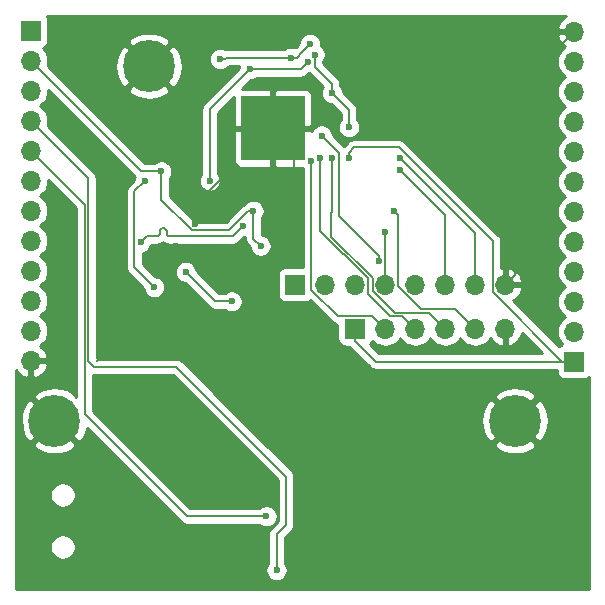
<source format=gbr>
G04 #@! TF.GenerationSoftware,KiCad,Pcbnew,5.1.2-f72e74a~84~ubuntu18.04.1*
G04 #@! TF.CreationDate,2019-07-30T17:12:06-04:00*
G04 #@! TF.ProjectId,fe310-dev,66653331-302d-4646-9576-2e6b69636164,rev?*
G04 #@! TF.SameCoordinates,Original*
G04 #@! TF.FileFunction,Copper,L2,Bot*
G04 #@! TF.FilePolarity,Positive*
%FSLAX46Y46*%
G04 Gerber Fmt 4.6, Leading zero omitted, Abs format (unit mm)*
G04 Created by KiCad (PCBNEW 5.1.2-f72e74a~84~ubuntu18.04.1) date 2019-07-30 17:12:06*
%MOMM*%
%LPD*%
G04 APERTURE LIST*
%ADD10C,0.700000*%
%ADD11C,4.400000*%
%ADD12O,1.700000X1.700000*%
%ADD13R,1.700000X1.700000*%
%ADD14C,0.600000*%
%ADD15R,5.400000X5.400000*%
%ADD16C,0.150000*%
%ADD17C,0.254000*%
G04 APERTURE END LIST*
D10*
X25166726Y-48833274D03*
X24000000Y-48350000D03*
X22833274Y-48833274D03*
X22350000Y-50000000D03*
X22833274Y-51166726D03*
X24000000Y-51650000D03*
X25166726Y-51166726D03*
X25650000Y-50000000D03*
D11*
X24000000Y-50000000D03*
X63000000Y-50000000D03*
D10*
X64650000Y-50000000D03*
X64166726Y-51166726D03*
X63000000Y-51650000D03*
X61833274Y-51166726D03*
X61350000Y-50000000D03*
X61833274Y-48833274D03*
X63000000Y-48350000D03*
X64166726Y-48833274D03*
X33166726Y-18833274D03*
X32000000Y-18350000D03*
X30833274Y-18833274D03*
X30350000Y-20000000D03*
X30833274Y-21166726D03*
X32000000Y-21650000D03*
X33166726Y-21166726D03*
X33650000Y-20000000D03*
D11*
X32000000Y-20000000D03*
D12*
X62150000Y-42250000D03*
X59610000Y-42250000D03*
X57070000Y-42250000D03*
X54530000Y-42250000D03*
X51990000Y-42250000D03*
D13*
X49450000Y-42250000D03*
X68000000Y-45000000D03*
D12*
X68000000Y-42460000D03*
X68000000Y-39920000D03*
X68000000Y-37380000D03*
X68000000Y-34840000D03*
X68000000Y-32300000D03*
X68000000Y-29760000D03*
X68000000Y-27220000D03*
X68000000Y-24680000D03*
X68000000Y-22140000D03*
X68000000Y-19600000D03*
X68000000Y-17060000D03*
X22000000Y-44940000D03*
X22000000Y-42400000D03*
X22000000Y-39860000D03*
X22000000Y-37320000D03*
X22000000Y-34780000D03*
X22000000Y-32240000D03*
X22000000Y-29700000D03*
X22000000Y-27160000D03*
X22000000Y-24620000D03*
X22000000Y-22080000D03*
X22000000Y-19540000D03*
D13*
X22000000Y-17000000D03*
D12*
X62180000Y-38500000D03*
X59640000Y-38500000D03*
X57100000Y-38500000D03*
X54560000Y-38500000D03*
X52020000Y-38500000D03*
X49480000Y-38500000D03*
X46940000Y-38500000D03*
D13*
X44400000Y-38500000D03*
D14*
X43233333Y-23783333D03*
X41766667Y-23783333D03*
X43966667Y-24516667D03*
X43233333Y-24516667D03*
X42500000Y-24516667D03*
X41766667Y-24516667D03*
X41033333Y-24516667D03*
X43233333Y-25250000D03*
X41766667Y-25250000D03*
X43966667Y-25983333D03*
X43233333Y-25983333D03*
X42500000Y-25983333D03*
X41766667Y-25983333D03*
X41033333Y-25983333D03*
X43233333Y-26716667D03*
X41766667Y-26716667D03*
D15*
X42500000Y-25250000D03*
D14*
X35900000Y-33375000D03*
X34300000Y-35200000D03*
X42250000Y-16925030D03*
X44450000Y-18250000D03*
X33100000Y-27250000D03*
X44250000Y-29400000D03*
X49196000Y-22275000D03*
X27940000Y-44069000D03*
X40550000Y-20250000D03*
X37150000Y-29700000D03*
X32450000Y-38700000D03*
X31649998Y-29700000D03*
X48900000Y-27749999D03*
X45496000Y-19644000D03*
X40850000Y-32250000D03*
X41450000Y-35200000D03*
X33050000Y-28900000D03*
X45640000Y-18120000D03*
X38020000Y-19390000D03*
X43989000Y-19263000D03*
X52750000Y-32250000D03*
X47500000Y-27750000D03*
X46500000Y-27750000D03*
X45750000Y-28000000D03*
X41950000Y-58100000D03*
X42800000Y-62650000D03*
X53250000Y-27750000D03*
X53250000Y-28750000D03*
X52020000Y-34000000D03*
X46625895Y-25861459D03*
X51495000Y-36500000D03*
X31300000Y-34900000D03*
X40000000Y-33500000D03*
X39000000Y-39900000D03*
X35100000Y-37400000D03*
X47500000Y-22275000D03*
X48942000Y-25175000D03*
X46021000Y-19009000D03*
D16*
X43233333Y-25983333D02*
X42500000Y-25250000D01*
X43233333Y-26041667D02*
X43233333Y-25983333D01*
X43125030Y-16925030D02*
X44450000Y-18250000D01*
X42250000Y-16925030D02*
X43125030Y-16925030D01*
X42674264Y-16925030D02*
X42250000Y-16925030D01*
X44202032Y-16925030D02*
X42674264Y-16925030D01*
X67865030Y-16925030D02*
X68000000Y-17060000D01*
X67150001Y-17909999D02*
X68000000Y-17060000D01*
X63029999Y-22030001D02*
X67150001Y-17909999D01*
X63029999Y-37650001D02*
X63029999Y-22030001D01*
X62180000Y-38500000D02*
X63029999Y-37650001D01*
X34300000Y-35200000D02*
X35400000Y-36300000D01*
X35400000Y-36300000D02*
X41950000Y-36300000D01*
X42500000Y-35750000D02*
X42500000Y-34600000D01*
X41950000Y-36300000D02*
X42500000Y-35750000D01*
X42500000Y-25250000D02*
X42500000Y-34600000D01*
X34300000Y-38255000D02*
X34300000Y-35200000D01*
X27615000Y-44940000D02*
X34300000Y-38255000D01*
X35900000Y-30050000D02*
X33100000Y-27250000D01*
X35900000Y-33375000D02*
X35900000Y-30950000D01*
X35900000Y-30950000D02*
X36700000Y-30950000D01*
X35900000Y-30950000D02*
X35900000Y-30050000D01*
X36700000Y-30950000D02*
X38350000Y-29300000D01*
X38350000Y-26550000D02*
X39650000Y-25250000D01*
X39650000Y-25250000D02*
X42500000Y-25250000D01*
X38350000Y-29300000D02*
X38350000Y-26550000D01*
X42500000Y-25983334D02*
X42500000Y-25250000D01*
X44250000Y-27733334D02*
X42500000Y-25983334D01*
X44250000Y-29400000D02*
X44250000Y-27733334D01*
X42250000Y-16925030D02*
X52319030Y-16925030D01*
X52319030Y-16925030D02*
X67865030Y-16925030D01*
X49450000Y-43250000D02*
X49450000Y-42250000D01*
X51200000Y-45000000D02*
X49450000Y-43250000D01*
X68000000Y-45000000D02*
X51200000Y-45000000D01*
X37150000Y-23650000D02*
X37150000Y-29700000D01*
X40550000Y-20250000D02*
X37150000Y-23650000D01*
X30774999Y-37024999D02*
X30774999Y-30574999D01*
X30774999Y-30574999D02*
X31649998Y-29700000D01*
X32450000Y-38700000D02*
X30774999Y-37024999D01*
X67000000Y-45000000D02*
X68000000Y-45000000D01*
X61104999Y-39104999D02*
X67000000Y-45000000D01*
X61104999Y-34827997D02*
X61104999Y-39104999D01*
X53152001Y-26874999D02*
X61104999Y-34827997D01*
X49350736Y-26874999D02*
X53152001Y-26874999D01*
X48900000Y-27325735D02*
X49350736Y-26874999D01*
X48900000Y-27749999D02*
X48900000Y-27325735D01*
X40550000Y-20250000D02*
X43960000Y-20250000D01*
X43960000Y-20250000D02*
X44526000Y-20250000D01*
X44526000Y-20250000D02*
X44890000Y-20250000D01*
X44890000Y-20250000D02*
X45496000Y-19644000D01*
X40850000Y-34600000D02*
X41450000Y-35200000D01*
X40850000Y-32250000D02*
X40850000Y-34600000D01*
X40425736Y-32250000D02*
X40850000Y-32250000D01*
X38775735Y-33900001D02*
X40425736Y-32250000D01*
X35647999Y-33900001D02*
X38775735Y-33900001D01*
X33050000Y-31302002D02*
X35647999Y-33900001D01*
X33050000Y-28900000D02*
X33050000Y-31302002D01*
X31360000Y-28900000D02*
X22000000Y-19540000D01*
X33050000Y-28900000D02*
X31360000Y-28900000D01*
X44497000Y-19263000D02*
X44941500Y-18818500D01*
X44941500Y-18818500D02*
X45640000Y-18120000D01*
X38444264Y-19390000D02*
X38571264Y-19263000D01*
X38020000Y-19390000D02*
X38444264Y-19390000D01*
X38571264Y-19263000D02*
X43989000Y-19263000D01*
X43989000Y-19263000D02*
X44497000Y-19263000D01*
X58760001Y-41400001D02*
X59610000Y-42250000D01*
X57934979Y-40574979D02*
X58760001Y-41400001D01*
X55043977Y-40574979D02*
X57934979Y-40574979D01*
X53095001Y-38626003D02*
X55043977Y-40574979D01*
X53095001Y-32595001D02*
X53095001Y-38626003D01*
X52750000Y-32250000D02*
X53095001Y-32595001D01*
X47450000Y-32350000D02*
X47500000Y-32300000D01*
X47450000Y-34420721D02*
X47450000Y-32350000D01*
X47500000Y-28200000D02*
X47500000Y-27750000D01*
X50944999Y-39016001D02*
X50944999Y-37915720D01*
X52803987Y-40874989D02*
X50944999Y-39016001D01*
X47500000Y-32300000D02*
X47500000Y-28200000D01*
X57070000Y-42250000D02*
X55694989Y-40874989D01*
X50944999Y-37915720D02*
X47450000Y-34420721D01*
X55694989Y-40874989D02*
X52803987Y-40874989D01*
X53454999Y-41174999D02*
X52424999Y-41174999D01*
X54530000Y-42250000D02*
X53454999Y-41174999D01*
X52424999Y-41174999D02*
X50555001Y-39305001D01*
X48505001Y-35900000D02*
X50555001Y-37950000D01*
X50555001Y-39305001D02*
X50555001Y-37950000D01*
X48450000Y-35900000D02*
X46500000Y-33950000D01*
X48505001Y-35900000D02*
X48450000Y-35900000D01*
X46500000Y-27750000D02*
X46500000Y-33950000D01*
X51140001Y-41400001D02*
X51990000Y-42250000D01*
X50914999Y-41174999D02*
X51140001Y-41400001D01*
X45750000Y-38901002D02*
X48023997Y-41174999D01*
X48023997Y-41174999D02*
X50914999Y-41174999D01*
X45750000Y-28000000D02*
X45750000Y-38901002D01*
X26549990Y-31709990D02*
X26549990Y-49449990D01*
X22000000Y-27160000D02*
X26549990Y-31709990D01*
X35200000Y-58100000D02*
X41950000Y-58100000D01*
X26549990Y-49449990D02*
X35200000Y-58100000D01*
X42800000Y-62650000D02*
X42800000Y-59600000D01*
X42800000Y-59600000D02*
X43600000Y-58800000D01*
X43600000Y-58800000D02*
X43600000Y-54750000D01*
X34315001Y-45465001D02*
X27362999Y-45465001D01*
X27362999Y-45465001D02*
X26850000Y-44952002D01*
X43600000Y-54750000D02*
X34315001Y-45465001D01*
X26850000Y-44952002D02*
X26850000Y-29470000D01*
X26850000Y-29470000D02*
X22000000Y-24620000D01*
X59640000Y-34140000D02*
X59640000Y-38500000D01*
X53250000Y-27750000D02*
X59640000Y-34140000D01*
X57100000Y-32600000D02*
X57100000Y-38500000D01*
X53250000Y-28750000D02*
X57100000Y-32600000D01*
X52020000Y-34424264D02*
X52020000Y-38500000D01*
X52020000Y-34000000D02*
X52020000Y-34424264D01*
X51495000Y-36075736D02*
X48114436Y-32695172D01*
X51495000Y-36500000D02*
X51495000Y-36075736D01*
X48114436Y-32695172D02*
X48114436Y-27350000D01*
X46625895Y-25861459D02*
X48114436Y-27350000D01*
X31800000Y-34400000D02*
X31673652Y-34526348D01*
X32730165Y-34370290D02*
X32666756Y-34392478D01*
X32834549Y-34287046D02*
X32787046Y-34334549D01*
X31673652Y-34526348D02*
X31300000Y-34900000D01*
X32870290Y-34230165D02*
X32834549Y-34287046D01*
X32892478Y-34166756D02*
X32870290Y-34230165D01*
X32900000Y-34100000D02*
X32892478Y-34166756D01*
X32900000Y-33997471D02*
X32900000Y-34100000D01*
X32929709Y-33867305D02*
X32907521Y-33930714D01*
X33492478Y-33930714D02*
X33470290Y-33867305D01*
X32965450Y-33810424D02*
X32929709Y-33867305D01*
X33012953Y-33762921D02*
X32965450Y-33810424D01*
X33069834Y-33727180D02*
X33012953Y-33762921D01*
X33133243Y-33704992D02*
X33069834Y-33727180D01*
X33200000Y-33697471D02*
X33133243Y-33704992D01*
X33266756Y-33704992D02*
X33200000Y-33697471D01*
X33330165Y-33727180D02*
X33266756Y-33704992D01*
X33434549Y-33810424D02*
X33387046Y-33762921D01*
X32907521Y-33930714D02*
X32900000Y-33997471D01*
X33470290Y-33867305D02*
X33434549Y-33810424D01*
X33500000Y-34100000D02*
X33500000Y-33997471D01*
X33565450Y-34287046D02*
X33529709Y-34230165D01*
X32787046Y-34334549D02*
X32730165Y-34370290D01*
X33612953Y-34334549D02*
X33565450Y-34287046D01*
X32666756Y-34392478D02*
X32600000Y-34400000D01*
X33500000Y-33997471D02*
X33492478Y-33930714D01*
X33387046Y-33762921D02*
X33330165Y-33727180D01*
X33800000Y-34400000D02*
X33733243Y-34392478D01*
X33669834Y-34370290D02*
X33612953Y-34334549D01*
X40000000Y-33500000D02*
X39100000Y-34400000D01*
X33507521Y-34166756D02*
X33500000Y-34100000D01*
X32600000Y-34400000D02*
X31800000Y-34400000D01*
X39100000Y-34400000D02*
X33800000Y-34400000D01*
X33733243Y-34392478D02*
X33669834Y-34370290D01*
X33529709Y-34230165D02*
X33507521Y-34166756D01*
X37600000Y-39900000D02*
X35100000Y-37400000D01*
X39000000Y-39900000D02*
X37600000Y-39900000D01*
X47500000Y-22275000D02*
X47500000Y-21504000D01*
X48942000Y-23717000D02*
X48942000Y-25175000D01*
X47500000Y-22275000D02*
X48942000Y-23717000D01*
X46021000Y-19009000D02*
X46021000Y-20025000D01*
X47500000Y-21504000D02*
X46021000Y-20025000D01*
D17*
G36*
X67118645Y-15864822D02*
G01*
X66902412Y-16059731D01*
X66728359Y-16293080D01*
X66603175Y-16555901D01*
X66558524Y-16703110D01*
X66679845Y-16933000D01*
X67873000Y-16933000D01*
X67873000Y-16913000D01*
X68127000Y-16913000D01*
X68127000Y-16933000D01*
X68147000Y-16933000D01*
X68147000Y-17187000D01*
X68127000Y-17187000D01*
X68127000Y-17207000D01*
X67873000Y-17207000D01*
X67873000Y-17187000D01*
X66679845Y-17187000D01*
X66558524Y-17416890D01*
X66603175Y-17564099D01*
X66728359Y-17826920D01*
X66902412Y-18060269D01*
X67118645Y-18255178D01*
X67235523Y-18324799D01*
X67170986Y-18359294D01*
X66944866Y-18544866D01*
X66759294Y-18770986D01*
X66621401Y-19028966D01*
X66536487Y-19308889D01*
X66507815Y-19600000D01*
X66536487Y-19891111D01*
X66621401Y-20171034D01*
X66759294Y-20429014D01*
X66944866Y-20655134D01*
X67170986Y-20840706D01*
X67225791Y-20870000D01*
X67170986Y-20899294D01*
X66944866Y-21084866D01*
X66759294Y-21310986D01*
X66621401Y-21568966D01*
X66536487Y-21848889D01*
X66507815Y-22140000D01*
X66536487Y-22431111D01*
X66621401Y-22711034D01*
X66759294Y-22969014D01*
X66944866Y-23195134D01*
X67170986Y-23380706D01*
X67225791Y-23410000D01*
X67170986Y-23439294D01*
X66944866Y-23624866D01*
X66759294Y-23850986D01*
X66621401Y-24108966D01*
X66536487Y-24388889D01*
X66507815Y-24680000D01*
X66536487Y-24971111D01*
X66621401Y-25251034D01*
X66759294Y-25509014D01*
X66944866Y-25735134D01*
X67170986Y-25920706D01*
X67225791Y-25950000D01*
X67170986Y-25979294D01*
X66944866Y-26164866D01*
X66759294Y-26390986D01*
X66621401Y-26648966D01*
X66536487Y-26928889D01*
X66507815Y-27220000D01*
X66536487Y-27511111D01*
X66621401Y-27791034D01*
X66759294Y-28049014D01*
X66944866Y-28275134D01*
X67170986Y-28460706D01*
X67225791Y-28490000D01*
X67170986Y-28519294D01*
X66944866Y-28704866D01*
X66759294Y-28930986D01*
X66621401Y-29188966D01*
X66536487Y-29468889D01*
X66507815Y-29760000D01*
X66536487Y-30051111D01*
X66621401Y-30331034D01*
X66759294Y-30589014D01*
X66944866Y-30815134D01*
X67170986Y-31000706D01*
X67225791Y-31030000D01*
X67170986Y-31059294D01*
X66944866Y-31244866D01*
X66759294Y-31470986D01*
X66621401Y-31728966D01*
X66536487Y-32008889D01*
X66507815Y-32300000D01*
X66536487Y-32591111D01*
X66621401Y-32871034D01*
X66759294Y-33129014D01*
X66944866Y-33355134D01*
X67170986Y-33540706D01*
X67225791Y-33570000D01*
X67170986Y-33599294D01*
X66944866Y-33784866D01*
X66759294Y-34010986D01*
X66621401Y-34268966D01*
X66536487Y-34548889D01*
X66507815Y-34840000D01*
X66536487Y-35131111D01*
X66621401Y-35411034D01*
X66759294Y-35669014D01*
X66944866Y-35895134D01*
X67170986Y-36080706D01*
X67225791Y-36110000D01*
X67170986Y-36139294D01*
X66944866Y-36324866D01*
X66759294Y-36550986D01*
X66621401Y-36808966D01*
X66536487Y-37088889D01*
X66507815Y-37380000D01*
X66536487Y-37671111D01*
X66621401Y-37951034D01*
X66759294Y-38209014D01*
X66944866Y-38435134D01*
X67170986Y-38620706D01*
X67225791Y-38650000D01*
X67170986Y-38679294D01*
X66944866Y-38864866D01*
X66759294Y-39090986D01*
X66621401Y-39348966D01*
X66536487Y-39628889D01*
X66507815Y-39920000D01*
X66536487Y-40211111D01*
X66621401Y-40491034D01*
X66759294Y-40749014D01*
X66944866Y-40975134D01*
X67170986Y-41160706D01*
X67225791Y-41190000D01*
X67170986Y-41219294D01*
X66944866Y-41404866D01*
X66759294Y-41630986D01*
X66621401Y-41888966D01*
X66536487Y-42168889D01*
X66507815Y-42460000D01*
X66536487Y-42751111D01*
X66621401Y-43031034D01*
X66759294Y-43289014D01*
X66944866Y-43515134D01*
X66974687Y-43539607D01*
X66905820Y-43560498D01*
X66795506Y-43619463D01*
X66701062Y-43696971D01*
X62830963Y-39826872D01*
X62946920Y-39771641D01*
X63180269Y-39597588D01*
X63375178Y-39381355D01*
X63524157Y-39131252D01*
X63621481Y-38856891D01*
X63500814Y-38627000D01*
X62307000Y-38627000D01*
X62307000Y-38647000D01*
X62053000Y-38647000D01*
X62053000Y-38627000D01*
X62033000Y-38627000D01*
X62033000Y-38373000D01*
X62053000Y-38373000D01*
X62053000Y-37179845D01*
X62307000Y-37179845D01*
X62307000Y-38373000D01*
X63500814Y-38373000D01*
X63621481Y-38143109D01*
X63524157Y-37868748D01*
X63375178Y-37618645D01*
X63180269Y-37402412D01*
X62946920Y-37228359D01*
X62684099Y-37103175D01*
X62536890Y-37058524D01*
X62307000Y-37179845D01*
X62053000Y-37179845D01*
X61823110Y-37058524D01*
X61814999Y-37060984D01*
X61814999Y-34862872D01*
X61818434Y-34827997D01*
X61813707Y-34780000D01*
X61804726Y-34688813D01*
X61764127Y-34554977D01*
X61698199Y-34431634D01*
X61609473Y-34323522D01*
X61582382Y-34301289D01*
X53678713Y-26397620D01*
X53656476Y-26370524D01*
X53548364Y-26281799D01*
X53425021Y-26215871D01*
X53291185Y-26175272D01*
X53186878Y-26164999D01*
X53186876Y-26164999D01*
X53152001Y-26161564D01*
X53117126Y-26164999D01*
X49385611Y-26164999D01*
X49350736Y-26161564D01*
X49315861Y-26164999D01*
X49315859Y-26164999D01*
X49211552Y-26175272D01*
X49077716Y-26215871D01*
X48954373Y-26281799D01*
X48846261Y-26370524D01*
X48824024Y-26397620D01*
X48495086Y-26726559D01*
X47560895Y-25792368D01*
X47560895Y-25769370D01*
X47524963Y-25588730D01*
X47454481Y-25418570D01*
X47352157Y-25265431D01*
X47221923Y-25135197D01*
X47068784Y-25032873D01*
X46898624Y-24962391D01*
X46717984Y-24926459D01*
X46533806Y-24926459D01*
X46353166Y-24962391D01*
X46183006Y-25032873D01*
X46029867Y-25135197D01*
X45899633Y-25265431D01*
X45797309Y-25418570D01*
X45774027Y-25474777D01*
X45676250Y-25377000D01*
X44393395Y-25377000D01*
X44421603Y-25348792D01*
X44416229Y-25250000D01*
X44421603Y-25151208D01*
X44393395Y-25123000D01*
X45676250Y-25123000D01*
X45835000Y-24964250D01*
X45838072Y-22550000D01*
X45825812Y-22425518D01*
X45789502Y-22305820D01*
X45730537Y-22195506D01*
X45651185Y-22098815D01*
X45554494Y-22019463D01*
X45444180Y-21960498D01*
X45324482Y-21924188D01*
X45200000Y-21911928D01*
X42785750Y-21915000D01*
X42627000Y-22073750D01*
X42627000Y-23356605D01*
X42598792Y-23328397D01*
X42500000Y-23333771D01*
X42401208Y-23328397D01*
X42373000Y-23356605D01*
X42373000Y-22073750D01*
X42214250Y-21915000D01*
X39892047Y-21912045D01*
X40619092Y-21185000D01*
X40642089Y-21185000D01*
X40822729Y-21149068D01*
X40992889Y-21078586D01*
X41146028Y-20976262D01*
X41162290Y-20960000D01*
X44855125Y-20960000D01*
X44890000Y-20963435D01*
X44924875Y-20960000D01*
X44924877Y-20960000D01*
X45029184Y-20949727D01*
X45163020Y-20909128D01*
X45286363Y-20843200D01*
X45394475Y-20754475D01*
X45416712Y-20727379D01*
X45565091Y-20579000D01*
X45570909Y-20579000D01*
X46732539Y-21740630D01*
X46671414Y-21832111D01*
X46600932Y-22002271D01*
X46565000Y-22182911D01*
X46565000Y-22367089D01*
X46600932Y-22547729D01*
X46671414Y-22717889D01*
X46773738Y-22871028D01*
X46903972Y-23001262D01*
X47057111Y-23103586D01*
X47227271Y-23174068D01*
X47407911Y-23210000D01*
X47430909Y-23210000D01*
X48232000Y-24011092D01*
X48232001Y-24562709D01*
X48215738Y-24578972D01*
X48113414Y-24732111D01*
X48042932Y-24902271D01*
X48007000Y-25082911D01*
X48007000Y-25267089D01*
X48042932Y-25447729D01*
X48113414Y-25617889D01*
X48215738Y-25771028D01*
X48345972Y-25901262D01*
X48499111Y-26003586D01*
X48669271Y-26074068D01*
X48849911Y-26110000D01*
X49034089Y-26110000D01*
X49214729Y-26074068D01*
X49384889Y-26003586D01*
X49538028Y-25901262D01*
X49668262Y-25771028D01*
X49770586Y-25617889D01*
X49841068Y-25447729D01*
X49877000Y-25267089D01*
X49877000Y-25082911D01*
X49841068Y-24902271D01*
X49770586Y-24732111D01*
X49668262Y-24578972D01*
X49652000Y-24562710D01*
X49652000Y-23751875D01*
X49655435Y-23717000D01*
X49648836Y-23650000D01*
X49641727Y-23577816D01*
X49601128Y-23443980D01*
X49535200Y-23320637D01*
X49480215Y-23253638D01*
X49468707Y-23239615D01*
X49468704Y-23239612D01*
X49446474Y-23212525D01*
X49419389Y-23190297D01*
X48435000Y-22205909D01*
X48435000Y-22182911D01*
X48399068Y-22002271D01*
X48328586Y-21832111D01*
X48226262Y-21678972D01*
X48210000Y-21662710D01*
X48210000Y-21538875D01*
X48213435Y-21504000D01*
X48207763Y-21446414D01*
X48199727Y-21364816D01*
X48159128Y-21230980D01*
X48093200Y-21107637D01*
X48004475Y-20999525D01*
X47977379Y-20977288D01*
X46731000Y-19730909D01*
X46731000Y-19621290D01*
X46747262Y-19605028D01*
X46849586Y-19451889D01*
X46920068Y-19281729D01*
X46956000Y-19101089D01*
X46956000Y-18916911D01*
X46920068Y-18736271D01*
X46849586Y-18566111D01*
X46747262Y-18412972D01*
X46617028Y-18282738D01*
X46567526Y-18249662D01*
X46575000Y-18212089D01*
X46575000Y-18027911D01*
X46539068Y-17847271D01*
X46468586Y-17677111D01*
X46366262Y-17523972D01*
X46236028Y-17393738D01*
X46082889Y-17291414D01*
X45912729Y-17220932D01*
X45732089Y-17185000D01*
X45547911Y-17185000D01*
X45367271Y-17220932D01*
X45197111Y-17291414D01*
X45043972Y-17393738D01*
X44913738Y-17523972D01*
X44811414Y-17677111D01*
X44740932Y-17847271D01*
X44705000Y-18027911D01*
X44705000Y-18050909D01*
X44353828Y-18402081D01*
X44261729Y-18363932D01*
X44081089Y-18328000D01*
X43896911Y-18328000D01*
X43716271Y-18363932D01*
X43546111Y-18434414D01*
X43392972Y-18536738D01*
X43376710Y-18553000D01*
X38606138Y-18553000D01*
X38571263Y-18549565D01*
X38536389Y-18553000D01*
X38536387Y-18553000D01*
X38460597Y-18560464D01*
X38292729Y-18490932D01*
X38112089Y-18455000D01*
X37927911Y-18455000D01*
X37747271Y-18490932D01*
X37577111Y-18561414D01*
X37423972Y-18663738D01*
X37293738Y-18793972D01*
X37191414Y-18947111D01*
X37120932Y-19117271D01*
X37085000Y-19297911D01*
X37085000Y-19482089D01*
X37120932Y-19662729D01*
X37191414Y-19832889D01*
X37293738Y-19986028D01*
X37423972Y-20116262D01*
X37577111Y-20218586D01*
X37747271Y-20289068D01*
X37927911Y-20325000D01*
X38112089Y-20325000D01*
X38292729Y-20289068D01*
X38462889Y-20218586D01*
X38616028Y-20116262D01*
X38668304Y-20063986D01*
X38717284Y-20049128D01*
X38840627Y-19983200D01*
X38853056Y-19973000D01*
X39652701Y-19973000D01*
X39650932Y-19977271D01*
X39615000Y-20157911D01*
X39615000Y-20180908D01*
X36672617Y-23123292D01*
X36645525Y-23145526D01*
X36556800Y-23253638D01*
X36490872Y-23376981D01*
X36450273Y-23510817D01*
X36440000Y-23615123D01*
X36436565Y-23650000D01*
X36440000Y-23684875D01*
X36440001Y-29087709D01*
X36423738Y-29103972D01*
X36321414Y-29257111D01*
X36250932Y-29427271D01*
X36215000Y-29607911D01*
X36215000Y-29792089D01*
X36250932Y-29972729D01*
X36321414Y-30142889D01*
X36423738Y-30296028D01*
X36553972Y-30426262D01*
X36707111Y-30528586D01*
X36877271Y-30599068D01*
X37057911Y-30635000D01*
X37242089Y-30635000D01*
X37422729Y-30599068D01*
X37592889Y-30528586D01*
X37746028Y-30426262D01*
X37876262Y-30296028D01*
X37978586Y-30142889D01*
X38049068Y-29972729D01*
X38085000Y-29792089D01*
X38085000Y-29607911D01*
X38049068Y-29427271D01*
X37978586Y-29257111D01*
X37876262Y-29103972D01*
X37860000Y-29087710D01*
X37860000Y-23944091D01*
X39162045Y-22642046D01*
X39165000Y-24964250D01*
X39323750Y-25123000D01*
X40606605Y-25123000D01*
X40578397Y-25151208D01*
X40583771Y-25250000D01*
X40578397Y-25348792D01*
X40606605Y-25377000D01*
X39323750Y-25377000D01*
X39165000Y-25535750D01*
X39161928Y-27950000D01*
X39174188Y-28074482D01*
X39210498Y-28194180D01*
X39269463Y-28304494D01*
X39348815Y-28401185D01*
X39445506Y-28480537D01*
X39555820Y-28539502D01*
X39675518Y-28575812D01*
X39800000Y-28588072D01*
X42214250Y-28585000D01*
X42373000Y-28426250D01*
X42373000Y-27143395D01*
X42401208Y-27171603D01*
X42500000Y-27166229D01*
X42598792Y-27171603D01*
X42627000Y-27143395D01*
X42627000Y-28426250D01*
X42785750Y-28585000D01*
X45018267Y-28587841D01*
X45023738Y-28596028D01*
X45040000Y-28612290D01*
X45040001Y-37011928D01*
X43550000Y-37011928D01*
X43425518Y-37024188D01*
X43305820Y-37060498D01*
X43195506Y-37119463D01*
X43098815Y-37198815D01*
X43019463Y-37295506D01*
X42960498Y-37405820D01*
X42924188Y-37525518D01*
X42911928Y-37650000D01*
X42911928Y-39350000D01*
X42924188Y-39474482D01*
X42960498Y-39594180D01*
X43019463Y-39704494D01*
X43098815Y-39801185D01*
X43195506Y-39880537D01*
X43305820Y-39939502D01*
X43425518Y-39975812D01*
X43550000Y-39988072D01*
X45250000Y-39988072D01*
X45374482Y-39975812D01*
X45494180Y-39939502D01*
X45604494Y-39880537D01*
X45670925Y-39826018D01*
X47497289Y-41652383D01*
X47519522Y-41679474D01*
X47546612Y-41701706D01*
X47627632Y-41768198D01*
X47627634Y-41768199D01*
X47750977Y-41834127D01*
X47884813Y-41874726D01*
X47961928Y-41882321D01*
X47961928Y-43100000D01*
X47974188Y-43224482D01*
X48010498Y-43344180D01*
X48069463Y-43454494D01*
X48148815Y-43551185D01*
X48245506Y-43630537D01*
X48355820Y-43689502D01*
X48475518Y-43725812D01*
X48600000Y-43738072D01*
X48932064Y-43738072D01*
X48945525Y-43754474D01*
X48972617Y-43776708D01*
X50673288Y-45477379D01*
X50695525Y-45504475D01*
X50803637Y-45593200D01*
X50926980Y-45659128D01*
X51060816Y-45699727D01*
X51165123Y-45710000D01*
X51165125Y-45710000D01*
X51200000Y-45713435D01*
X51234875Y-45710000D01*
X66511928Y-45710000D01*
X66511928Y-45850000D01*
X66524188Y-45974482D01*
X66560498Y-46094180D01*
X66619463Y-46204494D01*
X66698815Y-46301185D01*
X66795506Y-46380537D01*
X66905820Y-46439502D01*
X67025518Y-46475812D01*
X67150000Y-46488072D01*
X68850000Y-46488072D01*
X68974482Y-46475812D01*
X69094180Y-46439502D01*
X69204494Y-46380537D01*
X69265000Y-46330881D01*
X69265000Y-64265000D01*
X20735000Y-64265000D01*
X20735000Y-60593137D01*
X23615000Y-60593137D01*
X23615000Y-60806863D01*
X23656696Y-61016483D01*
X23738485Y-61213940D01*
X23857225Y-61391647D01*
X24008353Y-61542775D01*
X24186060Y-61661515D01*
X24383517Y-61743304D01*
X24593137Y-61785000D01*
X24806863Y-61785000D01*
X25016483Y-61743304D01*
X25213940Y-61661515D01*
X25391647Y-61542775D01*
X25542775Y-61391647D01*
X25661515Y-61213940D01*
X25743304Y-61016483D01*
X25785000Y-60806863D01*
X25785000Y-60593137D01*
X25743304Y-60383517D01*
X25661515Y-60186060D01*
X25542775Y-60008353D01*
X25391647Y-59857225D01*
X25213940Y-59738485D01*
X25016483Y-59656696D01*
X24806863Y-59615000D01*
X24593137Y-59615000D01*
X24383517Y-59656696D01*
X24186060Y-59738485D01*
X24008353Y-59857225D01*
X23857225Y-60008353D01*
X23738485Y-60186060D01*
X23656696Y-60383517D01*
X23615000Y-60593137D01*
X20735000Y-60593137D01*
X20735000Y-56193137D01*
X23615000Y-56193137D01*
X23615000Y-56406863D01*
X23656696Y-56616483D01*
X23738485Y-56813940D01*
X23857225Y-56991647D01*
X24008353Y-57142775D01*
X24186060Y-57261515D01*
X24383517Y-57343304D01*
X24593137Y-57385000D01*
X24806863Y-57385000D01*
X25016483Y-57343304D01*
X25213940Y-57261515D01*
X25391647Y-57142775D01*
X25542775Y-56991647D01*
X25661515Y-56813940D01*
X25743304Y-56616483D01*
X25785000Y-56406863D01*
X25785000Y-56193137D01*
X25743304Y-55983517D01*
X25661515Y-55786060D01*
X25542775Y-55608353D01*
X25391647Y-55457225D01*
X25213940Y-55338485D01*
X25016483Y-55256696D01*
X24806863Y-55215000D01*
X24593137Y-55215000D01*
X24383517Y-55256696D01*
X24186060Y-55338485D01*
X24008353Y-55457225D01*
X23857225Y-55608353D01*
X23738485Y-55786060D01*
X23656696Y-55983517D01*
X23615000Y-56193137D01*
X20735000Y-56193137D01*
X20735000Y-51989775D01*
X22189830Y-51989775D01*
X22429976Y-52377018D01*
X22923877Y-52637641D01*
X23459133Y-52796901D01*
X24015174Y-52848678D01*
X24570632Y-52790981D01*
X25104161Y-52626028D01*
X25570024Y-52377018D01*
X25810170Y-51989775D01*
X24000000Y-50179605D01*
X22189830Y-51989775D01*
X20735000Y-51989775D01*
X20735000Y-50015174D01*
X21151322Y-50015174D01*
X21209019Y-50570632D01*
X21373972Y-51104161D01*
X21622982Y-51570024D01*
X22010225Y-51810170D01*
X23820395Y-50000000D01*
X22010225Y-48189830D01*
X21622982Y-48429976D01*
X21362359Y-48923877D01*
X21203099Y-49459133D01*
X21151322Y-50015174D01*
X20735000Y-50015174D01*
X20735000Y-45715823D01*
X20902412Y-45940269D01*
X21118645Y-46135178D01*
X21368748Y-46284157D01*
X21643109Y-46381481D01*
X21873000Y-46260814D01*
X21873000Y-45067000D01*
X22127000Y-45067000D01*
X22127000Y-46260814D01*
X22356891Y-46381481D01*
X22631252Y-46284157D01*
X22881355Y-46135178D01*
X23097588Y-45940269D01*
X23271641Y-45706920D01*
X23396825Y-45444099D01*
X23441476Y-45296890D01*
X23320155Y-45067000D01*
X22127000Y-45067000D01*
X21873000Y-45067000D01*
X21853000Y-45067000D01*
X21853000Y-44813000D01*
X21873000Y-44813000D01*
X21873000Y-44793000D01*
X22127000Y-44793000D01*
X22127000Y-44813000D01*
X23320155Y-44813000D01*
X23441476Y-44583110D01*
X23396825Y-44435901D01*
X23271641Y-44173080D01*
X23097588Y-43939731D01*
X22881355Y-43744822D01*
X22764477Y-43675201D01*
X22829014Y-43640706D01*
X23055134Y-43455134D01*
X23240706Y-43229014D01*
X23378599Y-42971034D01*
X23463513Y-42691111D01*
X23492185Y-42400000D01*
X23463513Y-42108889D01*
X23378599Y-41828966D01*
X23240706Y-41570986D01*
X23055134Y-41344866D01*
X22829014Y-41159294D01*
X22774209Y-41130000D01*
X22829014Y-41100706D01*
X23055134Y-40915134D01*
X23240706Y-40689014D01*
X23378599Y-40431034D01*
X23463513Y-40151111D01*
X23492185Y-39860000D01*
X23463513Y-39568889D01*
X23378599Y-39288966D01*
X23240706Y-39030986D01*
X23055134Y-38804866D01*
X22829014Y-38619294D01*
X22774209Y-38590000D01*
X22829014Y-38560706D01*
X23055134Y-38375134D01*
X23240706Y-38149014D01*
X23378599Y-37891034D01*
X23463513Y-37611111D01*
X23492185Y-37320000D01*
X23463513Y-37028889D01*
X23378599Y-36748966D01*
X23240706Y-36490986D01*
X23055134Y-36264866D01*
X22829014Y-36079294D01*
X22774209Y-36050000D01*
X22829014Y-36020706D01*
X23055134Y-35835134D01*
X23240706Y-35609014D01*
X23378599Y-35351034D01*
X23463513Y-35071111D01*
X23492185Y-34780000D01*
X23463513Y-34488889D01*
X23378599Y-34208966D01*
X23240706Y-33950986D01*
X23055134Y-33724866D01*
X22829014Y-33539294D01*
X22774209Y-33510000D01*
X22829014Y-33480706D01*
X23055134Y-33295134D01*
X23240706Y-33069014D01*
X23378599Y-32811034D01*
X23463513Y-32531111D01*
X23492185Y-32240000D01*
X23463513Y-31948889D01*
X23378599Y-31668966D01*
X23240706Y-31410986D01*
X23055134Y-31184866D01*
X22829014Y-30999294D01*
X22774209Y-30970000D01*
X22829014Y-30940706D01*
X23055134Y-30755134D01*
X23240706Y-30529014D01*
X23378599Y-30271034D01*
X23463513Y-29991111D01*
X23492185Y-29700000D01*
X23487408Y-29651499D01*
X25839990Y-32004081D01*
X25839991Y-47980401D01*
X25810169Y-48010223D01*
X25570024Y-47622982D01*
X25076123Y-47362359D01*
X24540867Y-47203099D01*
X23984826Y-47151322D01*
X23429368Y-47209019D01*
X22895839Y-47373972D01*
X22429976Y-47622982D01*
X22189830Y-48010225D01*
X24000000Y-49820395D01*
X24014143Y-49806253D01*
X24193748Y-49985858D01*
X24179605Y-50000000D01*
X25989775Y-51810170D01*
X26377018Y-51570024D01*
X26637641Y-51076123D01*
X26760183Y-50664274D01*
X34673292Y-58577384D01*
X34695525Y-58604475D01*
X34722615Y-58626707D01*
X34803635Y-58693199D01*
X34803637Y-58693200D01*
X34926980Y-58759128D01*
X35060816Y-58799727D01*
X35165123Y-58810000D01*
X35165124Y-58810000D01*
X35199999Y-58813435D01*
X35234874Y-58810000D01*
X41337710Y-58810000D01*
X41353972Y-58826262D01*
X41507111Y-58928586D01*
X41677271Y-58999068D01*
X41857911Y-59035000D01*
X42042089Y-59035000D01*
X42222729Y-58999068D01*
X42392889Y-58928586D01*
X42546028Y-58826262D01*
X42676262Y-58696028D01*
X42778586Y-58542889D01*
X42849068Y-58372729D01*
X42885000Y-58192089D01*
X42885000Y-58007911D01*
X42849068Y-57827271D01*
X42778586Y-57657111D01*
X42676262Y-57503972D01*
X42546028Y-57373738D01*
X42392889Y-57271414D01*
X42222729Y-57200932D01*
X42042089Y-57165000D01*
X41857911Y-57165000D01*
X41677271Y-57200932D01*
X41507111Y-57271414D01*
X41353972Y-57373738D01*
X41337710Y-57390000D01*
X35494092Y-57390000D01*
X27259990Y-49155899D01*
X27259990Y-46168291D01*
X27328122Y-46175001D01*
X27328123Y-46175001D01*
X27362998Y-46178436D01*
X27397873Y-46175001D01*
X34020910Y-46175001D01*
X42890001Y-55044092D01*
X42890000Y-58505909D01*
X42322617Y-59073292D01*
X42295526Y-59095525D01*
X42273293Y-59122616D01*
X42206801Y-59203637D01*
X42140872Y-59326981D01*
X42100274Y-59460816D01*
X42086565Y-59600000D01*
X42090001Y-59634885D01*
X42090000Y-62037710D01*
X42073738Y-62053972D01*
X41971414Y-62207111D01*
X41900932Y-62377271D01*
X41865000Y-62557911D01*
X41865000Y-62742089D01*
X41900932Y-62922729D01*
X41971414Y-63092889D01*
X42073738Y-63246028D01*
X42203972Y-63376262D01*
X42357111Y-63478586D01*
X42527271Y-63549068D01*
X42707911Y-63585000D01*
X42892089Y-63585000D01*
X43072729Y-63549068D01*
X43242889Y-63478586D01*
X43396028Y-63376262D01*
X43526262Y-63246028D01*
X43628586Y-63092889D01*
X43699068Y-62922729D01*
X43735000Y-62742089D01*
X43735000Y-62557911D01*
X43699068Y-62377271D01*
X43628586Y-62207111D01*
X43526262Y-62053972D01*
X43510000Y-62037710D01*
X43510000Y-59894091D01*
X44077383Y-59326708D01*
X44104474Y-59304475D01*
X44193200Y-59196363D01*
X44259128Y-59073020D01*
X44299727Y-58939184D01*
X44310000Y-58834877D01*
X44310000Y-58834875D01*
X44313435Y-58800000D01*
X44310000Y-58765125D01*
X44310000Y-54784877D01*
X44313435Y-54750000D01*
X44299727Y-54610815D01*
X44259128Y-54476980D01*
X44193200Y-54353636D01*
X44162427Y-54316140D01*
X44104475Y-54245525D01*
X44077379Y-54223288D01*
X41843866Y-51989775D01*
X61189830Y-51989775D01*
X61429976Y-52377018D01*
X61923877Y-52637641D01*
X62459133Y-52796901D01*
X63015174Y-52848678D01*
X63570632Y-52790981D01*
X64104161Y-52626028D01*
X64570024Y-52377018D01*
X64810170Y-51989775D01*
X63000000Y-50179605D01*
X61189830Y-51989775D01*
X41843866Y-51989775D01*
X39869265Y-50015174D01*
X60151322Y-50015174D01*
X60209019Y-50570632D01*
X60373972Y-51104161D01*
X60622982Y-51570024D01*
X61010225Y-51810170D01*
X62820395Y-50000000D01*
X63179605Y-50000000D01*
X64989775Y-51810170D01*
X65377018Y-51570024D01*
X65637641Y-51076123D01*
X65796901Y-50540867D01*
X65848678Y-49984826D01*
X65790981Y-49429368D01*
X65626028Y-48895839D01*
X65377018Y-48429976D01*
X64989775Y-48189830D01*
X63179605Y-50000000D01*
X62820395Y-50000000D01*
X61010225Y-48189830D01*
X60622982Y-48429976D01*
X60362359Y-48923877D01*
X60203099Y-49459133D01*
X60151322Y-50015174D01*
X39869265Y-50015174D01*
X37864316Y-48010225D01*
X61189830Y-48010225D01*
X63000000Y-49820395D01*
X64810170Y-48010225D01*
X64570024Y-47622982D01*
X64076123Y-47362359D01*
X63540867Y-47203099D01*
X62984826Y-47151322D01*
X62429368Y-47209019D01*
X61895839Y-47373972D01*
X61429976Y-47622982D01*
X61189830Y-48010225D01*
X37864316Y-48010225D01*
X34841713Y-44987622D01*
X34819476Y-44960526D01*
X34711364Y-44871801D01*
X34588021Y-44805873D01*
X34454185Y-44765274D01*
X34349878Y-44755001D01*
X34349876Y-44755001D01*
X34315001Y-44751566D01*
X34280126Y-44755001D01*
X27657091Y-44755001D01*
X27560000Y-44657911D01*
X27560000Y-29504875D01*
X27563435Y-29470000D01*
X27560000Y-29435123D01*
X27549727Y-29330816D01*
X27509128Y-29196980D01*
X27443200Y-29073637D01*
X27354475Y-28965525D01*
X27327379Y-28943288D01*
X23424339Y-25040248D01*
X23463513Y-24911111D01*
X23492185Y-24620000D01*
X23463513Y-24328889D01*
X23378599Y-24048966D01*
X23240706Y-23790986D01*
X23055134Y-23564866D01*
X22829014Y-23379294D01*
X22774209Y-23350000D01*
X22829014Y-23320706D01*
X23055134Y-23135134D01*
X23240706Y-22909014D01*
X23378599Y-22651034D01*
X23463513Y-22371111D01*
X23492185Y-22080000D01*
X23487408Y-22031499D01*
X30789665Y-29333757D01*
X30750930Y-29427271D01*
X30714998Y-29607911D01*
X30714998Y-29630908D01*
X30297615Y-30048292D01*
X30270525Y-30070524D01*
X30248292Y-30097615D01*
X30181800Y-30178636D01*
X30115871Y-30301980D01*
X30075273Y-30435815D01*
X30061564Y-30574999D01*
X30065000Y-30609884D01*
X30064999Y-36990124D01*
X30061564Y-37024999D01*
X30064999Y-37059874D01*
X30064999Y-37059875D01*
X30075272Y-37164182D01*
X30115871Y-37298018D01*
X30181799Y-37421361D01*
X30270524Y-37529473D01*
X30297616Y-37551707D01*
X31515000Y-38769092D01*
X31515000Y-38792089D01*
X31550932Y-38972729D01*
X31621414Y-39142889D01*
X31723738Y-39296028D01*
X31853972Y-39426262D01*
X32007111Y-39528586D01*
X32177271Y-39599068D01*
X32357911Y-39635000D01*
X32542089Y-39635000D01*
X32722729Y-39599068D01*
X32892889Y-39528586D01*
X33046028Y-39426262D01*
X33176262Y-39296028D01*
X33278586Y-39142889D01*
X33349068Y-38972729D01*
X33385000Y-38792089D01*
X33385000Y-38607911D01*
X33349068Y-38427271D01*
X33278586Y-38257111D01*
X33176262Y-38103972D01*
X33046028Y-37973738D01*
X32892889Y-37871414D01*
X32722729Y-37800932D01*
X32542089Y-37765000D01*
X32519092Y-37765000D01*
X32062003Y-37307911D01*
X34165000Y-37307911D01*
X34165000Y-37492089D01*
X34200932Y-37672729D01*
X34271414Y-37842889D01*
X34373738Y-37996028D01*
X34503972Y-38126262D01*
X34657111Y-38228586D01*
X34827271Y-38299068D01*
X35007911Y-38335000D01*
X35030909Y-38335000D01*
X37073288Y-40377379D01*
X37095525Y-40404475D01*
X37203637Y-40493200D01*
X37326980Y-40559128D01*
X37460816Y-40599727D01*
X37565123Y-40610000D01*
X37565125Y-40610000D01*
X37600000Y-40613435D01*
X37634875Y-40610000D01*
X38387710Y-40610000D01*
X38403972Y-40626262D01*
X38557111Y-40728586D01*
X38727271Y-40799068D01*
X38907911Y-40835000D01*
X39092089Y-40835000D01*
X39272729Y-40799068D01*
X39442889Y-40728586D01*
X39596028Y-40626262D01*
X39726262Y-40496028D01*
X39828586Y-40342889D01*
X39899068Y-40172729D01*
X39935000Y-39992089D01*
X39935000Y-39807911D01*
X39899068Y-39627271D01*
X39828586Y-39457111D01*
X39726262Y-39303972D01*
X39596028Y-39173738D01*
X39442889Y-39071414D01*
X39272729Y-39000932D01*
X39092089Y-38965000D01*
X38907911Y-38965000D01*
X38727271Y-39000932D01*
X38557111Y-39071414D01*
X38403972Y-39173738D01*
X38387710Y-39190000D01*
X37894091Y-39190000D01*
X36035000Y-37330909D01*
X36035000Y-37307911D01*
X35999068Y-37127271D01*
X35928586Y-36957111D01*
X35826262Y-36803972D01*
X35696028Y-36673738D01*
X35542889Y-36571414D01*
X35372729Y-36500932D01*
X35192089Y-36465000D01*
X35007911Y-36465000D01*
X34827271Y-36500932D01*
X34657111Y-36571414D01*
X34503972Y-36673738D01*
X34373738Y-36803972D01*
X34271414Y-36957111D01*
X34200932Y-37127271D01*
X34165000Y-37307911D01*
X32062003Y-37307911D01*
X31484999Y-36730908D01*
X31484999Y-35816519D01*
X31572729Y-35799068D01*
X31742889Y-35728586D01*
X31896028Y-35626262D01*
X32026262Y-35496028D01*
X32128586Y-35342889D01*
X32199068Y-35172729D01*
X32211546Y-35110000D01*
X32535099Y-35110000D01*
X32540040Y-35110911D01*
X32604944Y-35110000D01*
X32634877Y-35110000D01*
X32639852Y-35109510D01*
X32644841Y-35109440D01*
X32674537Y-35106094D01*
X32733338Y-35100303D01*
X32766490Y-35098907D01*
X32824745Y-35084748D01*
X32883413Y-35072220D01*
X32924760Y-35054410D01*
X32941159Y-35048671D01*
X32984594Y-35036815D01*
X33038253Y-35010040D01*
X33092645Y-34984779D01*
X33128993Y-34958214D01*
X33143702Y-34948972D01*
X33183409Y-34927748D01*
X33199999Y-34914133D01*
X33216589Y-34927748D01*
X33256298Y-34948972D01*
X33271006Y-34958214D01*
X33307354Y-34984779D01*
X33361746Y-35010040D01*
X33415405Y-35036815D01*
X33458840Y-35048671D01*
X33475241Y-35054410D01*
X33516587Y-35072220D01*
X33575250Y-35084747D01*
X33633510Y-35098907D01*
X33666662Y-35100303D01*
X33725463Y-35106094D01*
X33755159Y-35109440D01*
X33760148Y-35109510D01*
X33765123Y-35110000D01*
X33795056Y-35110000D01*
X33859960Y-35110911D01*
X33864901Y-35110000D01*
X39065125Y-35110000D01*
X39100000Y-35113435D01*
X39134875Y-35110000D01*
X39134877Y-35110000D01*
X39239184Y-35099727D01*
X39373020Y-35059128D01*
X39496363Y-34993200D01*
X39604475Y-34904475D01*
X39626712Y-34877379D01*
X40069092Y-34435000D01*
X40092089Y-34435000D01*
X40140001Y-34425470D01*
X40140001Y-34565115D01*
X40136565Y-34600000D01*
X40150274Y-34739184D01*
X40190872Y-34873019D01*
X40256801Y-34996363D01*
X40313818Y-35065838D01*
X40345526Y-35104475D01*
X40372616Y-35126707D01*
X40515000Y-35269091D01*
X40515000Y-35292089D01*
X40550932Y-35472729D01*
X40621414Y-35642889D01*
X40723738Y-35796028D01*
X40853972Y-35926262D01*
X41007111Y-36028586D01*
X41177271Y-36099068D01*
X41357911Y-36135000D01*
X41542089Y-36135000D01*
X41722729Y-36099068D01*
X41892889Y-36028586D01*
X42046028Y-35926262D01*
X42176262Y-35796028D01*
X42278586Y-35642889D01*
X42349068Y-35472729D01*
X42385000Y-35292089D01*
X42385000Y-35107911D01*
X42349068Y-34927271D01*
X42278586Y-34757111D01*
X42176262Y-34603972D01*
X42046028Y-34473738D01*
X41892889Y-34371414D01*
X41722729Y-34300932D01*
X41560000Y-34268563D01*
X41560000Y-32862290D01*
X41576262Y-32846028D01*
X41678586Y-32692889D01*
X41749068Y-32522729D01*
X41785000Y-32342089D01*
X41785000Y-32157911D01*
X41749068Y-31977271D01*
X41678586Y-31807111D01*
X41576262Y-31653972D01*
X41446028Y-31523738D01*
X41292889Y-31421414D01*
X41122729Y-31350932D01*
X40942089Y-31315000D01*
X40757911Y-31315000D01*
X40577271Y-31350932D01*
X40407111Y-31421414D01*
X40253972Y-31523738D01*
X40201696Y-31576014D01*
X40152716Y-31590872D01*
X40029373Y-31656800D01*
X39921261Y-31745525D01*
X39899024Y-31772621D01*
X38481644Y-33190001D01*
X35942091Y-33190001D01*
X33760000Y-31007911D01*
X33760000Y-29512290D01*
X33776262Y-29496028D01*
X33878586Y-29342889D01*
X33949068Y-29172729D01*
X33985000Y-28992089D01*
X33985000Y-28807911D01*
X33949068Y-28627271D01*
X33878586Y-28457111D01*
X33776262Y-28303972D01*
X33646028Y-28173738D01*
X33492889Y-28071414D01*
X33322729Y-28000932D01*
X33142089Y-27965000D01*
X32957911Y-27965000D01*
X32777271Y-28000932D01*
X32607111Y-28071414D01*
X32453972Y-28173738D01*
X32437710Y-28190000D01*
X31654092Y-28190000D01*
X25453867Y-21989775D01*
X30189830Y-21989775D01*
X30429976Y-22377018D01*
X30923877Y-22637641D01*
X31459133Y-22796901D01*
X32015174Y-22848678D01*
X32570632Y-22790981D01*
X33104161Y-22626028D01*
X33570024Y-22377018D01*
X33810170Y-21989775D01*
X32000000Y-20179605D01*
X30189830Y-21989775D01*
X25453867Y-21989775D01*
X23479266Y-20015174D01*
X29151322Y-20015174D01*
X29209019Y-20570632D01*
X29373972Y-21104161D01*
X29622982Y-21570024D01*
X30010225Y-21810170D01*
X31820395Y-20000000D01*
X32179605Y-20000000D01*
X33989775Y-21810170D01*
X34377018Y-21570024D01*
X34637641Y-21076123D01*
X34796901Y-20540867D01*
X34848678Y-19984826D01*
X34790981Y-19429368D01*
X34626028Y-18895839D01*
X34377018Y-18429976D01*
X33989775Y-18189830D01*
X32179605Y-20000000D01*
X31820395Y-20000000D01*
X30010225Y-18189830D01*
X29622982Y-18429976D01*
X29362359Y-18923877D01*
X29203099Y-19459133D01*
X29151322Y-20015174D01*
X23479266Y-20015174D01*
X23424339Y-19960248D01*
X23463513Y-19831111D01*
X23492185Y-19540000D01*
X23463513Y-19248889D01*
X23378599Y-18968966D01*
X23240706Y-18710986D01*
X23055134Y-18484866D01*
X23025313Y-18460393D01*
X23094180Y-18439502D01*
X23204494Y-18380537D01*
X23301185Y-18301185D01*
X23380537Y-18204494D01*
X23439502Y-18094180D01*
X23464969Y-18010225D01*
X30189830Y-18010225D01*
X32000000Y-19820395D01*
X33810170Y-18010225D01*
X33570024Y-17622982D01*
X33076123Y-17362359D01*
X32540867Y-17203099D01*
X31984826Y-17151322D01*
X31429368Y-17209019D01*
X30895839Y-17373972D01*
X30429976Y-17622982D01*
X30189830Y-18010225D01*
X23464969Y-18010225D01*
X23475812Y-17974482D01*
X23488072Y-17850000D01*
X23488072Y-16150000D01*
X23475812Y-16025518D01*
X23439502Y-15905820D01*
X23380537Y-15795506D01*
X23330881Y-15735000D01*
X67336588Y-15735000D01*
X67118645Y-15864822D01*
X67118645Y-15864822D01*
G37*
X67118645Y-15864822D02*
X66902412Y-16059731D01*
X66728359Y-16293080D01*
X66603175Y-16555901D01*
X66558524Y-16703110D01*
X66679845Y-16933000D01*
X67873000Y-16933000D01*
X67873000Y-16913000D01*
X68127000Y-16913000D01*
X68127000Y-16933000D01*
X68147000Y-16933000D01*
X68147000Y-17187000D01*
X68127000Y-17187000D01*
X68127000Y-17207000D01*
X67873000Y-17207000D01*
X67873000Y-17187000D01*
X66679845Y-17187000D01*
X66558524Y-17416890D01*
X66603175Y-17564099D01*
X66728359Y-17826920D01*
X66902412Y-18060269D01*
X67118645Y-18255178D01*
X67235523Y-18324799D01*
X67170986Y-18359294D01*
X66944866Y-18544866D01*
X66759294Y-18770986D01*
X66621401Y-19028966D01*
X66536487Y-19308889D01*
X66507815Y-19600000D01*
X66536487Y-19891111D01*
X66621401Y-20171034D01*
X66759294Y-20429014D01*
X66944866Y-20655134D01*
X67170986Y-20840706D01*
X67225791Y-20870000D01*
X67170986Y-20899294D01*
X66944866Y-21084866D01*
X66759294Y-21310986D01*
X66621401Y-21568966D01*
X66536487Y-21848889D01*
X66507815Y-22140000D01*
X66536487Y-22431111D01*
X66621401Y-22711034D01*
X66759294Y-22969014D01*
X66944866Y-23195134D01*
X67170986Y-23380706D01*
X67225791Y-23410000D01*
X67170986Y-23439294D01*
X66944866Y-23624866D01*
X66759294Y-23850986D01*
X66621401Y-24108966D01*
X66536487Y-24388889D01*
X66507815Y-24680000D01*
X66536487Y-24971111D01*
X66621401Y-25251034D01*
X66759294Y-25509014D01*
X66944866Y-25735134D01*
X67170986Y-25920706D01*
X67225791Y-25950000D01*
X67170986Y-25979294D01*
X66944866Y-26164866D01*
X66759294Y-26390986D01*
X66621401Y-26648966D01*
X66536487Y-26928889D01*
X66507815Y-27220000D01*
X66536487Y-27511111D01*
X66621401Y-27791034D01*
X66759294Y-28049014D01*
X66944866Y-28275134D01*
X67170986Y-28460706D01*
X67225791Y-28490000D01*
X67170986Y-28519294D01*
X66944866Y-28704866D01*
X66759294Y-28930986D01*
X66621401Y-29188966D01*
X66536487Y-29468889D01*
X66507815Y-29760000D01*
X66536487Y-30051111D01*
X66621401Y-30331034D01*
X66759294Y-30589014D01*
X66944866Y-30815134D01*
X67170986Y-31000706D01*
X67225791Y-31030000D01*
X67170986Y-31059294D01*
X66944866Y-31244866D01*
X66759294Y-31470986D01*
X66621401Y-31728966D01*
X66536487Y-32008889D01*
X66507815Y-32300000D01*
X66536487Y-32591111D01*
X66621401Y-32871034D01*
X66759294Y-33129014D01*
X66944866Y-33355134D01*
X67170986Y-33540706D01*
X67225791Y-33570000D01*
X67170986Y-33599294D01*
X66944866Y-33784866D01*
X66759294Y-34010986D01*
X66621401Y-34268966D01*
X66536487Y-34548889D01*
X66507815Y-34840000D01*
X66536487Y-35131111D01*
X66621401Y-35411034D01*
X66759294Y-35669014D01*
X66944866Y-35895134D01*
X67170986Y-36080706D01*
X67225791Y-36110000D01*
X67170986Y-36139294D01*
X66944866Y-36324866D01*
X66759294Y-36550986D01*
X66621401Y-36808966D01*
X66536487Y-37088889D01*
X66507815Y-37380000D01*
X66536487Y-37671111D01*
X66621401Y-37951034D01*
X66759294Y-38209014D01*
X66944866Y-38435134D01*
X67170986Y-38620706D01*
X67225791Y-38650000D01*
X67170986Y-38679294D01*
X66944866Y-38864866D01*
X66759294Y-39090986D01*
X66621401Y-39348966D01*
X66536487Y-39628889D01*
X66507815Y-39920000D01*
X66536487Y-40211111D01*
X66621401Y-40491034D01*
X66759294Y-40749014D01*
X66944866Y-40975134D01*
X67170986Y-41160706D01*
X67225791Y-41190000D01*
X67170986Y-41219294D01*
X66944866Y-41404866D01*
X66759294Y-41630986D01*
X66621401Y-41888966D01*
X66536487Y-42168889D01*
X66507815Y-42460000D01*
X66536487Y-42751111D01*
X66621401Y-43031034D01*
X66759294Y-43289014D01*
X66944866Y-43515134D01*
X66974687Y-43539607D01*
X66905820Y-43560498D01*
X66795506Y-43619463D01*
X66701062Y-43696971D01*
X62830963Y-39826872D01*
X62946920Y-39771641D01*
X63180269Y-39597588D01*
X63375178Y-39381355D01*
X63524157Y-39131252D01*
X63621481Y-38856891D01*
X63500814Y-38627000D01*
X62307000Y-38627000D01*
X62307000Y-38647000D01*
X62053000Y-38647000D01*
X62053000Y-38627000D01*
X62033000Y-38627000D01*
X62033000Y-38373000D01*
X62053000Y-38373000D01*
X62053000Y-37179845D01*
X62307000Y-37179845D01*
X62307000Y-38373000D01*
X63500814Y-38373000D01*
X63621481Y-38143109D01*
X63524157Y-37868748D01*
X63375178Y-37618645D01*
X63180269Y-37402412D01*
X62946920Y-37228359D01*
X62684099Y-37103175D01*
X62536890Y-37058524D01*
X62307000Y-37179845D01*
X62053000Y-37179845D01*
X61823110Y-37058524D01*
X61814999Y-37060984D01*
X61814999Y-34862872D01*
X61818434Y-34827997D01*
X61813707Y-34780000D01*
X61804726Y-34688813D01*
X61764127Y-34554977D01*
X61698199Y-34431634D01*
X61609473Y-34323522D01*
X61582382Y-34301289D01*
X53678713Y-26397620D01*
X53656476Y-26370524D01*
X53548364Y-26281799D01*
X53425021Y-26215871D01*
X53291185Y-26175272D01*
X53186878Y-26164999D01*
X53186876Y-26164999D01*
X53152001Y-26161564D01*
X53117126Y-26164999D01*
X49385611Y-26164999D01*
X49350736Y-26161564D01*
X49315861Y-26164999D01*
X49315859Y-26164999D01*
X49211552Y-26175272D01*
X49077716Y-26215871D01*
X48954373Y-26281799D01*
X48846261Y-26370524D01*
X48824024Y-26397620D01*
X48495086Y-26726559D01*
X47560895Y-25792368D01*
X47560895Y-25769370D01*
X47524963Y-25588730D01*
X47454481Y-25418570D01*
X47352157Y-25265431D01*
X47221923Y-25135197D01*
X47068784Y-25032873D01*
X46898624Y-24962391D01*
X46717984Y-24926459D01*
X46533806Y-24926459D01*
X46353166Y-24962391D01*
X46183006Y-25032873D01*
X46029867Y-25135197D01*
X45899633Y-25265431D01*
X45797309Y-25418570D01*
X45774027Y-25474777D01*
X45676250Y-25377000D01*
X44393395Y-25377000D01*
X44421603Y-25348792D01*
X44416229Y-25250000D01*
X44421603Y-25151208D01*
X44393395Y-25123000D01*
X45676250Y-25123000D01*
X45835000Y-24964250D01*
X45838072Y-22550000D01*
X45825812Y-22425518D01*
X45789502Y-22305820D01*
X45730537Y-22195506D01*
X45651185Y-22098815D01*
X45554494Y-22019463D01*
X45444180Y-21960498D01*
X45324482Y-21924188D01*
X45200000Y-21911928D01*
X42785750Y-21915000D01*
X42627000Y-22073750D01*
X42627000Y-23356605D01*
X42598792Y-23328397D01*
X42500000Y-23333771D01*
X42401208Y-23328397D01*
X42373000Y-23356605D01*
X42373000Y-22073750D01*
X42214250Y-21915000D01*
X39892047Y-21912045D01*
X40619092Y-21185000D01*
X40642089Y-21185000D01*
X40822729Y-21149068D01*
X40992889Y-21078586D01*
X41146028Y-20976262D01*
X41162290Y-20960000D01*
X44855125Y-20960000D01*
X44890000Y-20963435D01*
X44924875Y-20960000D01*
X44924877Y-20960000D01*
X45029184Y-20949727D01*
X45163020Y-20909128D01*
X45286363Y-20843200D01*
X45394475Y-20754475D01*
X45416712Y-20727379D01*
X45565091Y-20579000D01*
X45570909Y-20579000D01*
X46732539Y-21740630D01*
X46671414Y-21832111D01*
X46600932Y-22002271D01*
X46565000Y-22182911D01*
X46565000Y-22367089D01*
X46600932Y-22547729D01*
X46671414Y-22717889D01*
X46773738Y-22871028D01*
X46903972Y-23001262D01*
X47057111Y-23103586D01*
X47227271Y-23174068D01*
X47407911Y-23210000D01*
X47430909Y-23210000D01*
X48232000Y-24011092D01*
X48232001Y-24562709D01*
X48215738Y-24578972D01*
X48113414Y-24732111D01*
X48042932Y-24902271D01*
X48007000Y-25082911D01*
X48007000Y-25267089D01*
X48042932Y-25447729D01*
X48113414Y-25617889D01*
X48215738Y-25771028D01*
X48345972Y-25901262D01*
X48499111Y-26003586D01*
X48669271Y-26074068D01*
X48849911Y-26110000D01*
X49034089Y-26110000D01*
X49214729Y-26074068D01*
X49384889Y-26003586D01*
X49538028Y-25901262D01*
X49668262Y-25771028D01*
X49770586Y-25617889D01*
X49841068Y-25447729D01*
X49877000Y-25267089D01*
X49877000Y-25082911D01*
X49841068Y-24902271D01*
X49770586Y-24732111D01*
X49668262Y-24578972D01*
X49652000Y-24562710D01*
X49652000Y-23751875D01*
X49655435Y-23717000D01*
X49648836Y-23650000D01*
X49641727Y-23577816D01*
X49601128Y-23443980D01*
X49535200Y-23320637D01*
X49480215Y-23253638D01*
X49468707Y-23239615D01*
X49468704Y-23239612D01*
X49446474Y-23212525D01*
X49419389Y-23190297D01*
X48435000Y-22205909D01*
X48435000Y-22182911D01*
X48399068Y-22002271D01*
X48328586Y-21832111D01*
X48226262Y-21678972D01*
X48210000Y-21662710D01*
X48210000Y-21538875D01*
X48213435Y-21504000D01*
X48207763Y-21446414D01*
X48199727Y-21364816D01*
X48159128Y-21230980D01*
X48093200Y-21107637D01*
X48004475Y-20999525D01*
X47977379Y-20977288D01*
X46731000Y-19730909D01*
X46731000Y-19621290D01*
X46747262Y-19605028D01*
X46849586Y-19451889D01*
X46920068Y-19281729D01*
X46956000Y-19101089D01*
X46956000Y-18916911D01*
X46920068Y-18736271D01*
X46849586Y-18566111D01*
X46747262Y-18412972D01*
X46617028Y-18282738D01*
X46567526Y-18249662D01*
X46575000Y-18212089D01*
X46575000Y-18027911D01*
X46539068Y-17847271D01*
X46468586Y-17677111D01*
X46366262Y-17523972D01*
X46236028Y-17393738D01*
X46082889Y-17291414D01*
X45912729Y-17220932D01*
X45732089Y-17185000D01*
X45547911Y-17185000D01*
X45367271Y-17220932D01*
X45197111Y-17291414D01*
X45043972Y-17393738D01*
X44913738Y-17523972D01*
X44811414Y-17677111D01*
X44740932Y-17847271D01*
X44705000Y-18027911D01*
X44705000Y-18050909D01*
X44353828Y-18402081D01*
X44261729Y-18363932D01*
X44081089Y-18328000D01*
X43896911Y-18328000D01*
X43716271Y-18363932D01*
X43546111Y-18434414D01*
X43392972Y-18536738D01*
X43376710Y-18553000D01*
X38606138Y-18553000D01*
X38571263Y-18549565D01*
X38536389Y-18553000D01*
X38536387Y-18553000D01*
X38460597Y-18560464D01*
X38292729Y-18490932D01*
X38112089Y-18455000D01*
X37927911Y-18455000D01*
X37747271Y-18490932D01*
X37577111Y-18561414D01*
X37423972Y-18663738D01*
X37293738Y-18793972D01*
X37191414Y-18947111D01*
X37120932Y-19117271D01*
X37085000Y-19297911D01*
X37085000Y-19482089D01*
X37120932Y-19662729D01*
X37191414Y-19832889D01*
X37293738Y-19986028D01*
X37423972Y-20116262D01*
X37577111Y-20218586D01*
X37747271Y-20289068D01*
X37927911Y-20325000D01*
X38112089Y-20325000D01*
X38292729Y-20289068D01*
X38462889Y-20218586D01*
X38616028Y-20116262D01*
X38668304Y-20063986D01*
X38717284Y-20049128D01*
X38840627Y-19983200D01*
X38853056Y-19973000D01*
X39652701Y-19973000D01*
X39650932Y-19977271D01*
X39615000Y-20157911D01*
X39615000Y-20180908D01*
X36672617Y-23123292D01*
X36645525Y-23145526D01*
X36556800Y-23253638D01*
X36490872Y-23376981D01*
X36450273Y-23510817D01*
X36440000Y-23615123D01*
X36436565Y-23650000D01*
X36440000Y-23684875D01*
X36440001Y-29087709D01*
X36423738Y-29103972D01*
X36321414Y-29257111D01*
X36250932Y-29427271D01*
X36215000Y-29607911D01*
X36215000Y-29792089D01*
X36250932Y-29972729D01*
X36321414Y-30142889D01*
X36423738Y-30296028D01*
X36553972Y-30426262D01*
X36707111Y-30528586D01*
X36877271Y-30599068D01*
X37057911Y-30635000D01*
X37242089Y-30635000D01*
X37422729Y-30599068D01*
X37592889Y-30528586D01*
X37746028Y-30426262D01*
X37876262Y-30296028D01*
X37978586Y-30142889D01*
X38049068Y-29972729D01*
X38085000Y-29792089D01*
X38085000Y-29607911D01*
X38049068Y-29427271D01*
X37978586Y-29257111D01*
X37876262Y-29103972D01*
X37860000Y-29087710D01*
X37860000Y-23944091D01*
X39162045Y-22642046D01*
X39165000Y-24964250D01*
X39323750Y-25123000D01*
X40606605Y-25123000D01*
X40578397Y-25151208D01*
X40583771Y-25250000D01*
X40578397Y-25348792D01*
X40606605Y-25377000D01*
X39323750Y-25377000D01*
X39165000Y-25535750D01*
X39161928Y-27950000D01*
X39174188Y-28074482D01*
X39210498Y-28194180D01*
X39269463Y-28304494D01*
X39348815Y-28401185D01*
X39445506Y-28480537D01*
X39555820Y-28539502D01*
X39675518Y-28575812D01*
X39800000Y-28588072D01*
X42214250Y-28585000D01*
X42373000Y-28426250D01*
X42373000Y-27143395D01*
X42401208Y-27171603D01*
X42500000Y-27166229D01*
X42598792Y-27171603D01*
X42627000Y-27143395D01*
X42627000Y-28426250D01*
X42785750Y-28585000D01*
X45018267Y-28587841D01*
X45023738Y-28596028D01*
X45040000Y-28612290D01*
X45040001Y-37011928D01*
X43550000Y-37011928D01*
X43425518Y-37024188D01*
X43305820Y-37060498D01*
X43195506Y-37119463D01*
X43098815Y-37198815D01*
X43019463Y-37295506D01*
X42960498Y-37405820D01*
X42924188Y-37525518D01*
X42911928Y-37650000D01*
X42911928Y-39350000D01*
X42924188Y-39474482D01*
X42960498Y-39594180D01*
X43019463Y-39704494D01*
X43098815Y-39801185D01*
X43195506Y-39880537D01*
X43305820Y-39939502D01*
X43425518Y-39975812D01*
X43550000Y-39988072D01*
X45250000Y-39988072D01*
X45374482Y-39975812D01*
X45494180Y-39939502D01*
X45604494Y-39880537D01*
X45670925Y-39826018D01*
X47497289Y-41652383D01*
X47519522Y-41679474D01*
X47546612Y-41701706D01*
X47627632Y-41768198D01*
X47627634Y-41768199D01*
X47750977Y-41834127D01*
X47884813Y-41874726D01*
X47961928Y-41882321D01*
X47961928Y-43100000D01*
X47974188Y-43224482D01*
X48010498Y-43344180D01*
X48069463Y-43454494D01*
X48148815Y-43551185D01*
X48245506Y-43630537D01*
X48355820Y-43689502D01*
X48475518Y-43725812D01*
X48600000Y-43738072D01*
X48932064Y-43738072D01*
X48945525Y-43754474D01*
X48972617Y-43776708D01*
X50673288Y-45477379D01*
X50695525Y-45504475D01*
X50803637Y-45593200D01*
X50926980Y-45659128D01*
X51060816Y-45699727D01*
X51165123Y-45710000D01*
X51165125Y-45710000D01*
X51200000Y-45713435D01*
X51234875Y-45710000D01*
X66511928Y-45710000D01*
X66511928Y-45850000D01*
X66524188Y-45974482D01*
X66560498Y-46094180D01*
X66619463Y-46204494D01*
X66698815Y-46301185D01*
X66795506Y-46380537D01*
X66905820Y-46439502D01*
X67025518Y-46475812D01*
X67150000Y-46488072D01*
X68850000Y-46488072D01*
X68974482Y-46475812D01*
X69094180Y-46439502D01*
X69204494Y-46380537D01*
X69265000Y-46330881D01*
X69265000Y-64265000D01*
X20735000Y-64265000D01*
X20735000Y-60593137D01*
X23615000Y-60593137D01*
X23615000Y-60806863D01*
X23656696Y-61016483D01*
X23738485Y-61213940D01*
X23857225Y-61391647D01*
X24008353Y-61542775D01*
X24186060Y-61661515D01*
X24383517Y-61743304D01*
X24593137Y-61785000D01*
X24806863Y-61785000D01*
X25016483Y-61743304D01*
X25213940Y-61661515D01*
X25391647Y-61542775D01*
X25542775Y-61391647D01*
X25661515Y-61213940D01*
X25743304Y-61016483D01*
X25785000Y-60806863D01*
X25785000Y-60593137D01*
X25743304Y-60383517D01*
X25661515Y-60186060D01*
X25542775Y-60008353D01*
X25391647Y-59857225D01*
X25213940Y-59738485D01*
X25016483Y-59656696D01*
X24806863Y-59615000D01*
X24593137Y-59615000D01*
X24383517Y-59656696D01*
X24186060Y-59738485D01*
X24008353Y-59857225D01*
X23857225Y-60008353D01*
X23738485Y-60186060D01*
X23656696Y-60383517D01*
X23615000Y-60593137D01*
X20735000Y-60593137D01*
X20735000Y-56193137D01*
X23615000Y-56193137D01*
X23615000Y-56406863D01*
X23656696Y-56616483D01*
X23738485Y-56813940D01*
X23857225Y-56991647D01*
X24008353Y-57142775D01*
X24186060Y-57261515D01*
X24383517Y-57343304D01*
X24593137Y-57385000D01*
X24806863Y-57385000D01*
X25016483Y-57343304D01*
X25213940Y-57261515D01*
X25391647Y-57142775D01*
X25542775Y-56991647D01*
X25661515Y-56813940D01*
X25743304Y-56616483D01*
X25785000Y-56406863D01*
X25785000Y-56193137D01*
X25743304Y-55983517D01*
X25661515Y-55786060D01*
X25542775Y-55608353D01*
X25391647Y-55457225D01*
X25213940Y-55338485D01*
X25016483Y-55256696D01*
X24806863Y-55215000D01*
X24593137Y-55215000D01*
X24383517Y-55256696D01*
X24186060Y-55338485D01*
X24008353Y-55457225D01*
X23857225Y-55608353D01*
X23738485Y-55786060D01*
X23656696Y-55983517D01*
X23615000Y-56193137D01*
X20735000Y-56193137D01*
X20735000Y-51989775D01*
X22189830Y-51989775D01*
X22429976Y-52377018D01*
X22923877Y-52637641D01*
X23459133Y-52796901D01*
X24015174Y-52848678D01*
X24570632Y-52790981D01*
X25104161Y-52626028D01*
X25570024Y-52377018D01*
X25810170Y-51989775D01*
X24000000Y-50179605D01*
X22189830Y-51989775D01*
X20735000Y-51989775D01*
X20735000Y-50015174D01*
X21151322Y-50015174D01*
X21209019Y-50570632D01*
X21373972Y-51104161D01*
X21622982Y-51570024D01*
X22010225Y-51810170D01*
X23820395Y-50000000D01*
X22010225Y-48189830D01*
X21622982Y-48429976D01*
X21362359Y-48923877D01*
X21203099Y-49459133D01*
X21151322Y-50015174D01*
X20735000Y-50015174D01*
X20735000Y-45715823D01*
X20902412Y-45940269D01*
X21118645Y-46135178D01*
X21368748Y-46284157D01*
X21643109Y-46381481D01*
X21873000Y-46260814D01*
X21873000Y-45067000D01*
X22127000Y-45067000D01*
X22127000Y-46260814D01*
X22356891Y-46381481D01*
X22631252Y-46284157D01*
X22881355Y-46135178D01*
X23097588Y-45940269D01*
X23271641Y-45706920D01*
X23396825Y-45444099D01*
X23441476Y-45296890D01*
X23320155Y-45067000D01*
X22127000Y-45067000D01*
X21873000Y-45067000D01*
X21853000Y-45067000D01*
X21853000Y-44813000D01*
X21873000Y-44813000D01*
X21873000Y-44793000D01*
X22127000Y-44793000D01*
X22127000Y-44813000D01*
X23320155Y-44813000D01*
X23441476Y-44583110D01*
X23396825Y-44435901D01*
X23271641Y-44173080D01*
X23097588Y-43939731D01*
X22881355Y-43744822D01*
X22764477Y-43675201D01*
X22829014Y-43640706D01*
X23055134Y-43455134D01*
X23240706Y-43229014D01*
X23378599Y-42971034D01*
X23463513Y-42691111D01*
X23492185Y-42400000D01*
X23463513Y-42108889D01*
X23378599Y-41828966D01*
X23240706Y-41570986D01*
X23055134Y-41344866D01*
X22829014Y-41159294D01*
X22774209Y-41130000D01*
X22829014Y-41100706D01*
X23055134Y-40915134D01*
X23240706Y-40689014D01*
X23378599Y-40431034D01*
X23463513Y-40151111D01*
X23492185Y-39860000D01*
X23463513Y-39568889D01*
X23378599Y-39288966D01*
X23240706Y-39030986D01*
X23055134Y-38804866D01*
X22829014Y-38619294D01*
X22774209Y-38590000D01*
X22829014Y-38560706D01*
X23055134Y-38375134D01*
X23240706Y-38149014D01*
X23378599Y-37891034D01*
X23463513Y-37611111D01*
X23492185Y-37320000D01*
X23463513Y-37028889D01*
X23378599Y-36748966D01*
X23240706Y-36490986D01*
X23055134Y-36264866D01*
X22829014Y-36079294D01*
X22774209Y-36050000D01*
X22829014Y-36020706D01*
X23055134Y-35835134D01*
X23240706Y-35609014D01*
X23378599Y-35351034D01*
X23463513Y-35071111D01*
X23492185Y-34780000D01*
X23463513Y-34488889D01*
X23378599Y-34208966D01*
X23240706Y-33950986D01*
X23055134Y-33724866D01*
X22829014Y-33539294D01*
X22774209Y-33510000D01*
X22829014Y-33480706D01*
X23055134Y-33295134D01*
X23240706Y-33069014D01*
X23378599Y-32811034D01*
X23463513Y-32531111D01*
X23492185Y-32240000D01*
X23463513Y-31948889D01*
X23378599Y-31668966D01*
X23240706Y-31410986D01*
X23055134Y-31184866D01*
X22829014Y-30999294D01*
X22774209Y-30970000D01*
X22829014Y-30940706D01*
X23055134Y-30755134D01*
X23240706Y-30529014D01*
X23378599Y-30271034D01*
X23463513Y-29991111D01*
X23492185Y-29700000D01*
X23487408Y-29651499D01*
X25839990Y-32004081D01*
X25839991Y-47980401D01*
X25810169Y-48010223D01*
X25570024Y-47622982D01*
X25076123Y-47362359D01*
X24540867Y-47203099D01*
X23984826Y-47151322D01*
X23429368Y-47209019D01*
X22895839Y-47373972D01*
X22429976Y-47622982D01*
X22189830Y-48010225D01*
X24000000Y-49820395D01*
X24014143Y-49806253D01*
X24193748Y-49985858D01*
X24179605Y-50000000D01*
X25989775Y-51810170D01*
X26377018Y-51570024D01*
X26637641Y-51076123D01*
X26760183Y-50664274D01*
X34673292Y-58577384D01*
X34695525Y-58604475D01*
X34722615Y-58626707D01*
X34803635Y-58693199D01*
X34803637Y-58693200D01*
X34926980Y-58759128D01*
X35060816Y-58799727D01*
X35165123Y-58810000D01*
X35165124Y-58810000D01*
X35199999Y-58813435D01*
X35234874Y-58810000D01*
X41337710Y-58810000D01*
X41353972Y-58826262D01*
X41507111Y-58928586D01*
X41677271Y-58999068D01*
X41857911Y-59035000D01*
X42042089Y-59035000D01*
X42222729Y-58999068D01*
X42392889Y-58928586D01*
X42546028Y-58826262D01*
X42676262Y-58696028D01*
X42778586Y-58542889D01*
X42849068Y-58372729D01*
X42885000Y-58192089D01*
X42885000Y-58007911D01*
X42849068Y-57827271D01*
X42778586Y-57657111D01*
X42676262Y-57503972D01*
X42546028Y-57373738D01*
X42392889Y-57271414D01*
X42222729Y-57200932D01*
X42042089Y-57165000D01*
X41857911Y-57165000D01*
X41677271Y-57200932D01*
X41507111Y-57271414D01*
X41353972Y-57373738D01*
X41337710Y-57390000D01*
X35494092Y-57390000D01*
X27259990Y-49155899D01*
X27259990Y-46168291D01*
X27328122Y-46175001D01*
X27328123Y-46175001D01*
X27362998Y-46178436D01*
X27397873Y-46175001D01*
X34020910Y-46175001D01*
X42890001Y-55044092D01*
X42890000Y-58505909D01*
X42322617Y-59073292D01*
X42295526Y-59095525D01*
X42273293Y-59122616D01*
X42206801Y-59203637D01*
X42140872Y-59326981D01*
X42100274Y-59460816D01*
X42086565Y-59600000D01*
X42090001Y-59634885D01*
X42090000Y-62037710D01*
X42073738Y-62053972D01*
X41971414Y-62207111D01*
X41900932Y-62377271D01*
X41865000Y-62557911D01*
X41865000Y-62742089D01*
X41900932Y-62922729D01*
X41971414Y-63092889D01*
X42073738Y-63246028D01*
X42203972Y-63376262D01*
X42357111Y-63478586D01*
X42527271Y-63549068D01*
X42707911Y-63585000D01*
X42892089Y-63585000D01*
X43072729Y-63549068D01*
X43242889Y-63478586D01*
X43396028Y-63376262D01*
X43526262Y-63246028D01*
X43628586Y-63092889D01*
X43699068Y-62922729D01*
X43735000Y-62742089D01*
X43735000Y-62557911D01*
X43699068Y-62377271D01*
X43628586Y-62207111D01*
X43526262Y-62053972D01*
X43510000Y-62037710D01*
X43510000Y-59894091D01*
X44077383Y-59326708D01*
X44104474Y-59304475D01*
X44193200Y-59196363D01*
X44259128Y-59073020D01*
X44299727Y-58939184D01*
X44310000Y-58834877D01*
X44310000Y-58834875D01*
X44313435Y-58800000D01*
X44310000Y-58765125D01*
X44310000Y-54784877D01*
X44313435Y-54750000D01*
X44299727Y-54610815D01*
X44259128Y-54476980D01*
X44193200Y-54353636D01*
X44162427Y-54316140D01*
X44104475Y-54245525D01*
X44077379Y-54223288D01*
X41843866Y-51989775D01*
X61189830Y-51989775D01*
X61429976Y-52377018D01*
X61923877Y-52637641D01*
X62459133Y-52796901D01*
X63015174Y-52848678D01*
X63570632Y-52790981D01*
X64104161Y-52626028D01*
X64570024Y-52377018D01*
X64810170Y-51989775D01*
X63000000Y-50179605D01*
X61189830Y-51989775D01*
X41843866Y-51989775D01*
X39869265Y-50015174D01*
X60151322Y-50015174D01*
X60209019Y-50570632D01*
X60373972Y-51104161D01*
X60622982Y-51570024D01*
X61010225Y-51810170D01*
X62820395Y-50000000D01*
X63179605Y-50000000D01*
X64989775Y-51810170D01*
X65377018Y-51570024D01*
X65637641Y-51076123D01*
X65796901Y-50540867D01*
X65848678Y-49984826D01*
X65790981Y-49429368D01*
X65626028Y-48895839D01*
X65377018Y-48429976D01*
X64989775Y-48189830D01*
X63179605Y-50000000D01*
X62820395Y-50000000D01*
X61010225Y-48189830D01*
X60622982Y-48429976D01*
X60362359Y-48923877D01*
X60203099Y-49459133D01*
X60151322Y-50015174D01*
X39869265Y-50015174D01*
X37864316Y-48010225D01*
X61189830Y-48010225D01*
X63000000Y-49820395D01*
X64810170Y-48010225D01*
X64570024Y-47622982D01*
X64076123Y-47362359D01*
X63540867Y-47203099D01*
X62984826Y-47151322D01*
X62429368Y-47209019D01*
X61895839Y-47373972D01*
X61429976Y-47622982D01*
X61189830Y-48010225D01*
X37864316Y-48010225D01*
X34841713Y-44987622D01*
X34819476Y-44960526D01*
X34711364Y-44871801D01*
X34588021Y-44805873D01*
X34454185Y-44765274D01*
X34349878Y-44755001D01*
X34349876Y-44755001D01*
X34315001Y-44751566D01*
X34280126Y-44755001D01*
X27657091Y-44755001D01*
X27560000Y-44657911D01*
X27560000Y-29504875D01*
X27563435Y-29470000D01*
X27560000Y-29435123D01*
X27549727Y-29330816D01*
X27509128Y-29196980D01*
X27443200Y-29073637D01*
X27354475Y-28965525D01*
X27327379Y-28943288D01*
X23424339Y-25040248D01*
X23463513Y-24911111D01*
X23492185Y-24620000D01*
X23463513Y-24328889D01*
X23378599Y-24048966D01*
X23240706Y-23790986D01*
X23055134Y-23564866D01*
X22829014Y-23379294D01*
X22774209Y-23350000D01*
X22829014Y-23320706D01*
X23055134Y-23135134D01*
X23240706Y-22909014D01*
X23378599Y-22651034D01*
X23463513Y-22371111D01*
X23492185Y-22080000D01*
X23487408Y-22031499D01*
X30789665Y-29333757D01*
X30750930Y-29427271D01*
X30714998Y-29607911D01*
X30714998Y-29630908D01*
X30297615Y-30048292D01*
X30270525Y-30070524D01*
X30248292Y-30097615D01*
X30181800Y-30178636D01*
X30115871Y-30301980D01*
X30075273Y-30435815D01*
X30061564Y-30574999D01*
X30065000Y-30609884D01*
X30064999Y-36990124D01*
X30061564Y-37024999D01*
X30064999Y-37059874D01*
X30064999Y-37059875D01*
X30075272Y-37164182D01*
X30115871Y-37298018D01*
X30181799Y-37421361D01*
X30270524Y-37529473D01*
X30297616Y-37551707D01*
X31515000Y-38769092D01*
X31515000Y-38792089D01*
X31550932Y-38972729D01*
X31621414Y-39142889D01*
X31723738Y-39296028D01*
X31853972Y-39426262D01*
X32007111Y-39528586D01*
X32177271Y-39599068D01*
X32357911Y-39635000D01*
X32542089Y-39635000D01*
X32722729Y-39599068D01*
X32892889Y-39528586D01*
X33046028Y-39426262D01*
X33176262Y-39296028D01*
X33278586Y-39142889D01*
X33349068Y-38972729D01*
X33385000Y-38792089D01*
X33385000Y-38607911D01*
X33349068Y-38427271D01*
X33278586Y-38257111D01*
X33176262Y-38103972D01*
X33046028Y-37973738D01*
X32892889Y-37871414D01*
X32722729Y-37800932D01*
X32542089Y-37765000D01*
X32519092Y-37765000D01*
X32062003Y-37307911D01*
X34165000Y-37307911D01*
X34165000Y-37492089D01*
X34200932Y-37672729D01*
X34271414Y-37842889D01*
X34373738Y-37996028D01*
X34503972Y-38126262D01*
X34657111Y-38228586D01*
X34827271Y-38299068D01*
X35007911Y-38335000D01*
X35030909Y-38335000D01*
X37073288Y-40377379D01*
X37095525Y-40404475D01*
X37203637Y-40493200D01*
X37326980Y-40559128D01*
X37460816Y-40599727D01*
X37565123Y-40610000D01*
X37565125Y-40610000D01*
X37600000Y-40613435D01*
X37634875Y-40610000D01*
X38387710Y-40610000D01*
X38403972Y-40626262D01*
X38557111Y-40728586D01*
X38727271Y-40799068D01*
X38907911Y-40835000D01*
X39092089Y-40835000D01*
X39272729Y-40799068D01*
X39442889Y-40728586D01*
X39596028Y-40626262D01*
X39726262Y-40496028D01*
X39828586Y-40342889D01*
X39899068Y-40172729D01*
X39935000Y-39992089D01*
X39935000Y-39807911D01*
X39899068Y-39627271D01*
X39828586Y-39457111D01*
X39726262Y-39303972D01*
X39596028Y-39173738D01*
X39442889Y-39071414D01*
X39272729Y-39000932D01*
X39092089Y-38965000D01*
X38907911Y-38965000D01*
X38727271Y-39000932D01*
X38557111Y-39071414D01*
X38403972Y-39173738D01*
X38387710Y-39190000D01*
X37894091Y-39190000D01*
X36035000Y-37330909D01*
X36035000Y-37307911D01*
X35999068Y-37127271D01*
X35928586Y-36957111D01*
X35826262Y-36803972D01*
X35696028Y-36673738D01*
X35542889Y-36571414D01*
X35372729Y-36500932D01*
X35192089Y-36465000D01*
X35007911Y-36465000D01*
X34827271Y-36500932D01*
X34657111Y-36571414D01*
X34503972Y-36673738D01*
X34373738Y-36803972D01*
X34271414Y-36957111D01*
X34200932Y-37127271D01*
X34165000Y-37307911D01*
X32062003Y-37307911D01*
X31484999Y-36730908D01*
X31484999Y-35816519D01*
X31572729Y-35799068D01*
X31742889Y-35728586D01*
X31896028Y-35626262D01*
X32026262Y-35496028D01*
X32128586Y-35342889D01*
X32199068Y-35172729D01*
X32211546Y-35110000D01*
X32535099Y-35110000D01*
X32540040Y-35110911D01*
X32604944Y-35110000D01*
X32634877Y-35110000D01*
X32639852Y-35109510D01*
X32644841Y-35109440D01*
X32674537Y-35106094D01*
X32733338Y-35100303D01*
X32766490Y-35098907D01*
X32824745Y-35084748D01*
X32883413Y-35072220D01*
X32924760Y-35054410D01*
X32941159Y-35048671D01*
X32984594Y-35036815D01*
X33038253Y-35010040D01*
X33092645Y-34984779D01*
X33128993Y-34958214D01*
X33143702Y-34948972D01*
X33183409Y-34927748D01*
X33199999Y-34914133D01*
X33216589Y-34927748D01*
X33256298Y-34948972D01*
X33271006Y-34958214D01*
X33307354Y-34984779D01*
X33361746Y-35010040D01*
X33415405Y-35036815D01*
X33458840Y-35048671D01*
X33475241Y-35054410D01*
X33516587Y-35072220D01*
X33575250Y-35084747D01*
X33633510Y-35098907D01*
X33666662Y-35100303D01*
X33725463Y-35106094D01*
X33755159Y-35109440D01*
X33760148Y-35109510D01*
X33765123Y-35110000D01*
X33795056Y-35110000D01*
X33859960Y-35110911D01*
X33864901Y-35110000D01*
X39065125Y-35110000D01*
X39100000Y-35113435D01*
X39134875Y-35110000D01*
X39134877Y-35110000D01*
X39239184Y-35099727D01*
X39373020Y-35059128D01*
X39496363Y-34993200D01*
X39604475Y-34904475D01*
X39626712Y-34877379D01*
X40069092Y-34435000D01*
X40092089Y-34435000D01*
X40140001Y-34425470D01*
X40140001Y-34565115D01*
X40136565Y-34600000D01*
X40150274Y-34739184D01*
X40190872Y-34873019D01*
X40256801Y-34996363D01*
X40313818Y-35065838D01*
X40345526Y-35104475D01*
X40372616Y-35126707D01*
X40515000Y-35269091D01*
X40515000Y-35292089D01*
X40550932Y-35472729D01*
X40621414Y-35642889D01*
X40723738Y-35796028D01*
X40853972Y-35926262D01*
X41007111Y-36028586D01*
X41177271Y-36099068D01*
X41357911Y-36135000D01*
X41542089Y-36135000D01*
X41722729Y-36099068D01*
X41892889Y-36028586D01*
X42046028Y-35926262D01*
X42176262Y-35796028D01*
X42278586Y-35642889D01*
X42349068Y-35472729D01*
X42385000Y-35292089D01*
X42385000Y-35107911D01*
X42349068Y-34927271D01*
X42278586Y-34757111D01*
X42176262Y-34603972D01*
X42046028Y-34473738D01*
X41892889Y-34371414D01*
X41722729Y-34300932D01*
X41560000Y-34268563D01*
X41560000Y-32862290D01*
X41576262Y-32846028D01*
X41678586Y-32692889D01*
X41749068Y-32522729D01*
X41785000Y-32342089D01*
X41785000Y-32157911D01*
X41749068Y-31977271D01*
X41678586Y-31807111D01*
X41576262Y-31653972D01*
X41446028Y-31523738D01*
X41292889Y-31421414D01*
X41122729Y-31350932D01*
X40942089Y-31315000D01*
X40757911Y-31315000D01*
X40577271Y-31350932D01*
X40407111Y-31421414D01*
X40253972Y-31523738D01*
X40201696Y-31576014D01*
X40152716Y-31590872D01*
X40029373Y-31656800D01*
X39921261Y-31745525D01*
X39899024Y-31772621D01*
X38481644Y-33190001D01*
X35942091Y-33190001D01*
X33760000Y-31007911D01*
X33760000Y-29512290D01*
X33776262Y-29496028D01*
X33878586Y-29342889D01*
X33949068Y-29172729D01*
X33985000Y-28992089D01*
X33985000Y-28807911D01*
X33949068Y-28627271D01*
X33878586Y-28457111D01*
X33776262Y-28303972D01*
X33646028Y-28173738D01*
X33492889Y-28071414D01*
X33322729Y-28000932D01*
X33142089Y-27965000D01*
X32957911Y-27965000D01*
X32777271Y-28000932D01*
X32607111Y-28071414D01*
X32453972Y-28173738D01*
X32437710Y-28190000D01*
X31654092Y-28190000D01*
X25453867Y-21989775D01*
X30189830Y-21989775D01*
X30429976Y-22377018D01*
X30923877Y-22637641D01*
X31459133Y-22796901D01*
X32015174Y-22848678D01*
X32570632Y-22790981D01*
X33104161Y-22626028D01*
X33570024Y-22377018D01*
X33810170Y-21989775D01*
X32000000Y-20179605D01*
X30189830Y-21989775D01*
X25453867Y-21989775D01*
X23479266Y-20015174D01*
X29151322Y-20015174D01*
X29209019Y-20570632D01*
X29373972Y-21104161D01*
X29622982Y-21570024D01*
X30010225Y-21810170D01*
X31820395Y-20000000D01*
X32179605Y-20000000D01*
X33989775Y-21810170D01*
X34377018Y-21570024D01*
X34637641Y-21076123D01*
X34796901Y-20540867D01*
X34848678Y-19984826D01*
X34790981Y-19429368D01*
X34626028Y-18895839D01*
X34377018Y-18429976D01*
X33989775Y-18189830D01*
X32179605Y-20000000D01*
X31820395Y-20000000D01*
X30010225Y-18189830D01*
X29622982Y-18429976D01*
X29362359Y-18923877D01*
X29203099Y-19459133D01*
X29151322Y-20015174D01*
X23479266Y-20015174D01*
X23424339Y-19960248D01*
X23463513Y-19831111D01*
X23492185Y-19540000D01*
X23463513Y-19248889D01*
X23378599Y-18968966D01*
X23240706Y-18710986D01*
X23055134Y-18484866D01*
X23025313Y-18460393D01*
X23094180Y-18439502D01*
X23204494Y-18380537D01*
X23301185Y-18301185D01*
X23380537Y-18204494D01*
X23439502Y-18094180D01*
X23464969Y-18010225D01*
X30189830Y-18010225D01*
X32000000Y-19820395D01*
X33810170Y-18010225D01*
X33570024Y-17622982D01*
X33076123Y-17362359D01*
X32540867Y-17203099D01*
X31984826Y-17151322D01*
X31429368Y-17209019D01*
X30895839Y-17373972D01*
X30429976Y-17622982D01*
X30189830Y-18010225D01*
X23464969Y-18010225D01*
X23475812Y-17974482D01*
X23488072Y-17850000D01*
X23488072Y-16150000D01*
X23475812Y-16025518D01*
X23439502Y-15905820D01*
X23380537Y-15795506D01*
X23330881Y-15735000D01*
X67336588Y-15735000D01*
X67118645Y-15864822D01*
G36*
X62277000Y-42123000D02*
G01*
X62297000Y-42123000D01*
X62297000Y-42377000D01*
X62277000Y-42377000D01*
X62277000Y-43570155D01*
X62506890Y-43691476D01*
X62654099Y-43646825D01*
X62916920Y-43521641D01*
X63150269Y-43347588D01*
X63345178Y-43131355D01*
X63494157Y-42881252D01*
X63591481Y-42606891D01*
X63578977Y-42583068D01*
X65285908Y-44290000D01*
X51494091Y-44290000D01*
X50753029Y-43548938D01*
X50830537Y-43454494D01*
X50889502Y-43344180D01*
X50910393Y-43275313D01*
X50934866Y-43305134D01*
X51160986Y-43490706D01*
X51418966Y-43628599D01*
X51698889Y-43713513D01*
X51917050Y-43735000D01*
X52062950Y-43735000D01*
X52281111Y-43713513D01*
X52561034Y-43628599D01*
X52819014Y-43490706D01*
X53045134Y-43305134D01*
X53230706Y-43079014D01*
X53260000Y-43024209D01*
X53289294Y-43079014D01*
X53474866Y-43305134D01*
X53700986Y-43490706D01*
X53958966Y-43628599D01*
X54238889Y-43713513D01*
X54457050Y-43735000D01*
X54602950Y-43735000D01*
X54821111Y-43713513D01*
X55101034Y-43628599D01*
X55359014Y-43490706D01*
X55585134Y-43305134D01*
X55770706Y-43079014D01*
X55800000Y-43024209D01*
X55829294Y-43079014D01*
X56014866Y-43305134D01*
X56240986Y-43490706D01*
X56498966Y-43628599D01*
X56778889Y-43713513D01*
X56997050Y-43735000D01*
X57142950Y-43735000D01*
X57361111Y-43713513D01*
X57641034Y-43628599D01*
X57899014Y-43490706D01*
X58125134Y-43305134D01*
X58310706Y-43079014D01*
X58340000Y-43024209D01*
X58369294Y-43079014D01*
X58554866Y-43305134D01*
X58780986Y-43490706D01*
X59038966Y-43628599D01*
X59318889Y-43713513D01*
X59537050Y-43735000D01*
X59682950Y-43735000D01*
X59901111Y-43713513D01*
X60181034Y-43628599D01*
X60439014Y-43490706D01*
X60665134Y-43305134D01*
X60850706Y-43079014D01*
X60885201Y-43014477D01*
X60954822Y-43131355D01*
X61149731Y-43347588D01*
X61383080Y-43521641D01*
X61645901Y-43646825D01*
X61793110Y-43691476D01*
X62023000Y-43570155D01*
X62023000Y-42377000D01*
X62003000Y-42377000D01*
X62003000Y-42123000D01*
X62023000Y-42123000D01*
X62023000Y-42103000D01*
X62277000Y-42103000D01*
X62277000Y-42123000D01*
X62277000Y-42123000D01*
G37*
X62277000Y-42123000D02*
X62297000Y-42123000D01*
X62297000Y-42377000D01*
X62277000Y-42377000D01*
X62277000Y-43570155D01*
X62506890Y-43691476D01*
X62654099Y-43646825D01*
X62916920Y-43521641D01*
X63150269Y-43347588D01*
X63345178Y-43131355D01*
X63494157Y-42881252D01*
X63591481Y-42606891D01*
X63578977Y-42583068D01*
X65285908Y-44290000D01*
X51494091Y-44290000D01*
X50753029Y-43548938D01*
X50830537Y-43454494D01*
X50889502Y-43344180D01*
X50910393Y-43275313D01*
X50934866Y-43305134D01*
X51160986Y-43490706D01*
X51418966Y-43628599D01*
X51698889Y-43713513D01*
X51917050Y-43735000D01*
X52062950Y-43735000D01*
X52281111Y-43713513D01*
X52561034Y-43628599D01*
X52819014Y-43490706D01*
X53045134Y-43305134D01*
X53230706Y-43079014D01*
X53260000Y-43024209D01*
X53289294Y-43079014D01*
X53474866Y-43305134D01*
X53700986Y-43490706D01*
X53958966Y-43628599D01*
X54238889Y-43713513D01*
X54457050Y-43735000D01*
X54602950Y-43735000D01*
X54821111Y-43713513D01*
X55101034Y-43628599D01*
X55359014Y-43490706D01*
X55585134Y-43305134D01*
X55770706Y-43079014D01*
X55800000Y-43024209D01*
X55829294Y-43079014D01*
X56014866Y-43305134D01*
X56240986Y-43490706D01*
X56498966Y-43628599D01*
X56778889Y-43713513D01*
X56997050Y-43735000D01*
X57142950Y-43735000D01*
X57361111Y-43713513D01*
X57641034Y-43628599D01*
X57899014Y-43490706D01*
X58125134Y-43305134D01*
X58310706Y-43079014D01*
X58340000Y-43024209D01*
X58369294Y-43079014D01*
X58554866Y-43305134D01*
X58780986Y-43490706D01*
X59038966Y-43628599D01*
X59318889Y-43713513D01*
X59537050Y-43735000D01*
X59682950Y-43735000D01*
X59901111Y-43713513D01*
X60181034Y-43628599D01*
X60439014Y-43490706D01*
X60665134Y-43305134D01*
X60850706Y-43079014D01*
X60885201Y-43014477D01*
X60954822Y-43131355D01*
X61149731Y-43347588D01*
X61383080Y-43521641D01*
X61645901Y-43646825D01*
X61793110Y-43691476D01*
X62023000Y-43570155D01*
X62023000Y-42377000D01*
X62003000Y-42377000D01*
X62003000Y-42123000D01*
X62023000Y-42123000D01*
X62023000Y-42103000D01*
X62277000Y-42103000D01*
X62277000Y-42123000D01*
M02*

</source>
